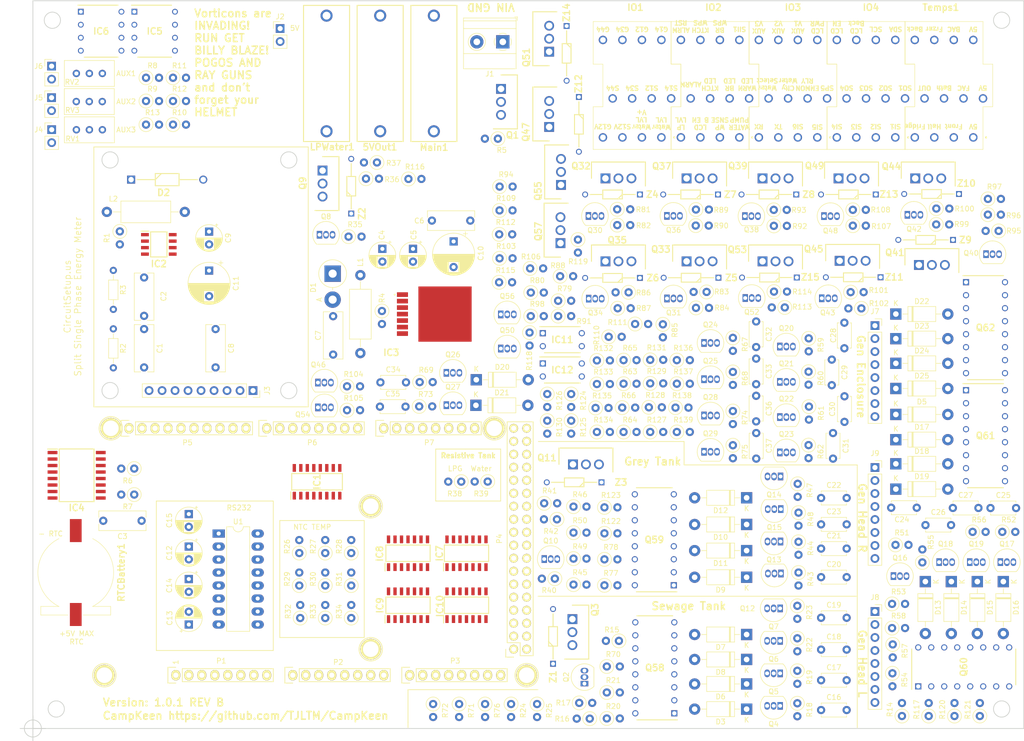
<source format=kicad_pcb>
(kicad_pcb (version 20240108) (generator "pcbnew") (generator_version "8.0")
  (title_block (date "mar. 31 mars 2015"))
  (layers (0 "F.Cu" signal) (1 "In1.Cu" mixed) (2 "In2.Cu" mixed) (31 "B.Cu" power) (34 "B.Paste" user) (35 "F.Paste" user) (36 "B.SilkS" user "B.Silkscreen") (37 "F.SilkS" user "F.Silkscreen") (38 "B.Mask" user) (39 "F.Mask" user) (44 "Edge.Cuts" user))
  (net 0 "")
  (net 1 "GND")
  (net 2 "+5V")
  (net 3 "Net-(C1-Pad1)")
  (net 4 "Net-(C2-Pad1)")
  (net 5 "+12V")
  (net 6 "+5P")
  (net 7 "Net-(D2-Pad1)")
  (net 8 "+BATT")
  (net 9 "+9V")
  (net 10 "Net-(C14-Pad2)")
  (net 11 "Net-(C14-Pad1)")
  (net 12 "+3V3")
  (net 13 "A14")
  (net 14 "/3.3CS")
  (net 15 "/3.3MOSI")
  (net 16 "/3.3MISO")
  (net 17 "/3.3SCLK")
  (net 18 "A12")
  (net 19 "A0")
  (net 20 "A3")
  (net 21 "A4")
  (net 22 "A5")
  (net 23 "A6")
  (net 24 "A7")
  (net 25 "A8")
  (net 26 "A9")
  (net 27 "A10")
  (net 28 "A11")
  (net 29 "Net-(C7-Pad1)")
  (net 30 "Net-(C12-Pad2)")
  (net 31 "Net-(C12-Pad1)")
  (net 32 "Net-(C13-Pad2)")
  (net 33 "Net-(C15-Pad1)")
  (net 34 "SCL")
  (net 35 "SDA")
  (net 36 "MOSI")
  (net 37 "MISO")
  (net 38 "CLK")
  (net 39 "GenE-CS")
  (net 40 "GenHL-CS")
  (net 41 "GenHR-CS")
  (net 42 "A1")
  (net 43 "A2")
  (net 44 "S1-4")
  (net 45 "S1-2")
  (net 46 "S3-4")
  (net 47 "S4-4")
  (net 48 "WPS")
  (net 49 "G1-4")
  (net 50 "ENLCD")
  (net 51 "G1-2")
  (net 52 "LCBBACK")
  (net 53 "G3-4")
  (net 54 "WSS")
  (net 55 "G4-4")
  (net 56 "SPIn1")
  (net 57 "GreyV")
  (net 58 "SPIn2")
  (net 59 "STV")
  (net 60 "SPIn3")
  (net 61 "CWV")
  (net 62 "SPIn4")
  (net 63 "WP")
  (net 64 "SPIn5")
  (net 65 "SPIn6")
  (net 66 "RTankPOWER")
  (net 67 "LCDPOWER")
  (net 68 "LCDBL")
  (net 69 "BRLED")
  (net 70 "KLED")
  (net 71 "WLED")
  (net 72 "WSiren")
  (net 73 "AlarmTTL")
  (net 74 "SpareTTL")
  (net 75 "COMTXTTL")
  (net 76 "COMRXTTL")
  (net 77 "KitchenTTL")
  (net 78 "BathRoomTTL")
  (net 79 "Net-(Q1-Pad1)")
  (net 80 "A15")
  (net 81 "GenFuelPressure")
  (net 82 "TX232")
  (net 83 "RX232")
  (net 84 "EnCS")
  (net 85 "SO1")
  (net 86 "SO2")
  (net 87 "SO3")
  (net 88 "SO4")
  (net 89 "A13")
  (net 90 "AUXVoltage1")
  (net 91 "AUXVoltage2")
  (net 92 "SO5")
  (net 93 "IO12")
  (net 94 "IO15")
  (net 95 "IO111")
  (net 96 "IO18")
  (net 97 "IO13")
  (net 98 "IO16")
  (net 99 "IO112")
  (net 100 "IO19")
  (net 101 "IO212")
  (net 102 "IO29")
  (net 103 "IO23")
  (net 104 "IO26")
  (net 105 "IO24")
  (net 106 "IO412")
  (net 107 "IO27")
  (net 108 "IO311")
  (net 109 "IO41")
  (net 110 "IO47")
  (net 111 "IO31")
  (net 112 "IO34")
  (net 113 "IO44")
  (net 114 "IO410")
  (net 115 "IO110")
  (net 116 "IO17")
  (net 117 "IO14")
  (net 118 "IO22")
  (net 119 "IO25")
  (net 120 "IO28")
  (net 121 "IO211")
  (net 122 "IO38")
  (net 123 "IO35")
  (net 124 "IO33")
  (net 125 "IO32")
  (net 126 "IO42")
  (net 127 "IO45")
  (net 128 "IO48")
  (net 129 "IO49")
  (net 130 "IO411")
  (net 131 "Net-(C7-Pad2)")
  (net 132 "Net-(C8-Pad1)")
  (net 133 "Net-(IC2-Pad1)")
  (net 134 "Net-(IC3-Pad5)")
  (net 136 "SO6")
  (net 139 "Net-(5VOut1-Pad1)")
  (net 140 "Net-(IC5-Pad5)")
  (net 141 "Net-(IC5-Pad3)")
  (net 142 "Net-(IC6-Pad5)")
  (net 143 "Net-(IC6-Pad3)")
  (net 144 "Net-(J4-Pad2)")
  (net 145 "Net-(J5-Pad2)")
  (net 146 "Net-(J6-Pad2)")
  (net 147 "Net-(LPWater1-Pad1)")
  (net 148 "Net-(Q2-Pad3)")
  (net 149 "Net-(Q3-Pad1)")
  (net 150 "Net-(Q8-Pad3)")
  (net 151 "Net-(Q9-Pad1)")
  (net 152 "Net-(Q10-Pad3)")
  (net 153 "Net-(Q11-Pad1)")
  (net 154 "Net-(Q30-Pad3)")
  (net 155 "Net-(Q31-Pad3)")
  (net 156 "Net-(Q32-Pad1)")
  (net 157 "Net-(Q33-Pad1)")
  (net 158 "Net-(Q34-Pad3)")
  (net 159 "Net-(Q35-Pad1)")
  (net 160 "Net-(Q36-Pad3)")
  (net 161 "Net-(Q37-Pad1)")
  (net 162 "Net-(Q38-Pad3)")
  (net 163 "Net-(Q39-Pad1)")
  (net 164 "Net-(Q40-Pad3)")
  (net 165 "Net-(Q41-Pad1)")
  (net 166 "Net-(Q42-Pad3)")
  (net 167 "Net-(Q43-Pad3)")
  (net 168 "Net-(Q44-Pad1)")
  (net 169 "Net-(Q45-Pad1)")
  (net 170 "Net-(Q46-Pad3)")
  (net 171 "Net-(Q47-Pad1)")
  (net 172 "Net-(Q48-Pad3)")
  (net 173 "Net-(Q49-Pad1)")
  (net 174 "Net-(Q50-Pad3)")
  (net 175 "Net-(Q51-Pad1)")
  (net 176 "Net-(Q52-Pad3)")
  (net 177 "Net-(Q53-Pad1)")
  (net 178 "Net-(Q54-Pad3)")
  (net 179 "Net-(Q56-Pad3)")
  (net 180 "Net-(D3-Pad2)")
  (net 181 "Net-(D3-Pad1)")
  (net 182 "Net-(D5-Pad2)")
  (net 183 "Net-(D5-Pad1)")
  (net 184 "Net-(D6-Pad2)")
  (net 185 "Net-(D6-Pad1)")
  (net 186 "Net-(D7-Pad2)")
  (net 187 "Net-(D7-Pad1)")
  (net 188 "Net-(D8-Pad2)")
  (net 189 "Net-(D8-Pad1)")
  (net 190 "Net-(D9-Pad2)")
  (net 191 "Net-(D9-Pad1)")
  (net 192 "Net-(D10-Pad2)")
  (net 193 "Net-(D10-Pad1)")
  (net 194 "Net-(D11-Pad2)")
  (net 195 "Net-(D11-Pad1)")
  (net 196 "Net-(D12-Pad2)")
  (net 197 "Net-(D12-Pad1)")
  (net 198 "Net-(D13-Pad2)")
  (net 199 "Net-(D13-Pad1)")
  (net 200 "Net-(D14-Pad2)")
  (net 201 "Net-(D14-Pad1)")
  (net 202 "Net-(D15-Pad2)")
  (net 203 "Net-(D15-Pad1)")
  (net 204 "Net-(D16-Pad2)")
  (net 205 "Net-(D16-Pad1)")
  (net 206 "Net-(D17-Pad2)")
  (net 207 "Net-(D17-Pad1)")
  (net 208 "Net-(D18-Pad2)")
  (net 209 "Net-(D18-Pad1)")
  (net 210 "Net-(D19-Pad2)")
  (net 211 "Net-(D19-Pad1)")
  (net 212 "Net-(D20-Pad2)")
  (net 213 "Net-(D20-Pad1)")
  (net 214 "Net-(D21-Pad2)")
  (net 215 "Net-(D21-Pad1)")
  (net 216 "Net-(D22-Pad2)")
  (net 217 "Net-(D22-Pad1)")
  (net 218 "Net-(D23-Pad2)")
  (net 219 "Net-(D23-Pad1)")
  (net 220 "Net-(D24-Pad2)")
  (net 221 "Net-(D24-Pad1)")
  (net 222 "Net-(D25-Pad2)")
  (net 223 "Net-(D25-Pad1)")
  (net 224 "/Inputs With Interrupts/SpareInterruptTTL")
  (net 225 "/Inputs/WaterPumpSenseTTL")
  (net 226 "/Inputs/EnableLCDTTL")
  (net 227 "/Inputs With Interrupts/BathroomTTL")
  (net 228 "/Inputs With Interrupts/KitchenTTL")
  (net 229 "/Inputs With Interrupts/AlarmResetTTL")
  (net 230 "/Inputs/SP2TTL")
  (net 231 "/Inputs/SP3TTL")
  (net 232 "/Inputs/SP4TTL")
  (net 233 "/Inputs/SP1TTL")
  (net 234 "/Inputs/WaterSourceTTL")
  (net 235 "/Inputs/LCDBackLIGHTTTL")
  (net 236 "/Inputs/SP5TTL")
  (net 237 "/Inputs/SP6TTL")
  (net 238 "/Tanks/FullOUT")
  (net 239 "/Tanks/3-4OUT")
  (net 240 "/Tanks/1-2OUT")
  (net 241 "/Tanks/1-4OUT")
  (net 242 "/sheet6479D10C/FullOUT")
  (net 243 "/sheet6479D10C/3-4OUT")
  (net 244 "/sheet6479D10C/1-2OUT")
  (net 245 "/sheet6479D10C/1-4OUT")
  (net 246 "Net-(IC11-Pad1)")
  (net 247 "Net-(IC12-Pad1)")
  (net 248 "Net-(Q58-Pad7)")
  (net 249 "Net-(Q58-Pad5)")
  (net 250 "Net-(Q58-Pad3)")
  (net 251 "Net-(Q58-Pad1)")
  (net 252 "Net-(Q59-Pad7)")
  (net 253 "Net-(Q59-Pad5)")
  (net 254 "Net-(Q59-Pad3)")
  (net 255 "Net-(Q59-Pad1)")
  (net 256 "Net-(Q60-Pad7)")
  (net 257 "Net-(Q60-Pad5)")
  (net 258 "Net-(Q60-Pad3)")
  (net 259 "Net-(Q60-Pad1)")
  (net 260 "Net-(Q61-Pad7)")
  (net 261 "Net-(Q61-Pad5)")
  (net 262 "Net-(Q61-Pad3)")
  (net 263 "Net-(Q61-Pad1)")
  (net 264 "Net-(Q62-Pad7)")
  (net 265 "Net-(Q62-Pad5)")
  (net 266 "Net-(Q62-Pad3)")
  (net 267 "Net-(Q62-Pad1)")
  (net 279 "IO21")
  (net 290 "Net-(Main1-Pad2)")
  (net 292 "/IOREF")
  (net 293 "/Reset")
  (net 294 "/53(SS)")
  (net 297 "/AREF")
  (net 298 "/13(**)")
  (net 299 "/1(Tx0)")
  (net 300 "/0(Rx0)")
  (footprint "Socket_Arduino_Mega:Socket_Strip_Arduino_2x18" (layer "F.Cu") (at 195.153 219.416 90)
    (property "Reference" "P4")
    (property "Value" "Digital")
  )
  (footprint "Socket_Arduino_Mega:Socket_Strip_Arduino_1x08" (layer "F.Cu") (at 129.113 224.496)
    (property "Reference" "P1")
    (property "Value" "Power")
  )
  (footprint "Socket_Arduino_Mega:Socket_Strip_Arduino_1x08" (layer "F.Cu") (at 151.973 224.496)
    (property "Reference" "P2")
    (property "Value" "Analog")
  )
  (footprint "Socket_Arduino_Mega:Socket_Strip_Arduino_1x08" (layer "F.Cu") (at 174.833 224.496)
    (property "Reference" "P3")
    (property "Value" "Analog")
  )
  (footprint "Socket_Arduino_Mega:Socket_Strip_Arduino_1x10" (layer "F.Cu") (at 119.969 176.236)
    (property "Reference" "P5")
    (property "Value" "PWM")
  )
  (footprint "Socket_Arduino_Mega:Socket_Strip_Arduino_1x08" (layer "F.Cu") (at 146.893 176.236)
    (property "Reference" "P6")
    (property "Value" "PWM")
  )
  (footprint "Socket_Arduino_Mega:Socket_Strip_Arduino_1x08" (layer "F.Cu") (at 169.753 176.236)
    (property "Reference" "P7")
    (property "Value" "Communication")
  )
  (footprint "Socket_Arduino_Mega:Arduino_1pin" (layer "F.Cu") (at 115.143 224.496)
    (property "Reference" "P8" (hide yes))
    (property "Value" "CONN_01X01" (hide yes))
  )
  (footprint "Socket_Arduino_Mega:Arduino_1pin" (layer "F.Cu") (at 167.213 219.416)
    (property "Reference" "P9" (hide yes))
    (property "Value" "CONN_01X01" (hide yes))
  )
  (footprint "Socket_Arduino_Mega:Arduino_1pin" (layer "F.Cu") (at 197.693 224.496)
    (property "Reference" "P10" (hide yes))
    (property "Value" "CONN_01X01" (hide yes))
  )
  (footprint "Socket_Arduino_Mega:Arduino_1pin" (layer "F.Cu") (at 116.413 176.236)
    (property "Reference" "P11" (hide yes))
    (property "Value" "CONN_01X01" (hide yes))
  )
  (footprint "Socket_Arduino_Mega:Arduino_1pin" (layer "F.Cu") (at 167.213 191.476)
    (property "Reference" "P12" (hide yes))
    (property "Value" "CONN_01X01" (hide yes))
  )
  (footprint "Socket_Arduino_Mega:Arduino_1pin" (layer "F.Cu") (at 191.343 176.236)
    (property "Reference" "P13" (hide yes))
    (property "Value" "CONN_01X01" (hide yes))
  )
  (footprint "Capacitor_THT:C_Rect_L9.0mm_W3.6mm_P7.50mm_MKT" (layer "F.Cu") (at 179.17 135.6404)
    (property "Reference" "C6")
    (property "Value" "0.47uF")
  )
  (footprint "Capacitor_THT:C_Rect_L9.0mm_W3.6mm_P7.50mm_MKT" (layer "F.Cu") (at 159.861 154.329 -90)
    (property "Reference" "C7")
    (property "Value" "0.01uF")
  )
  (footprint "Capacitor_THT:CP_Radial_D5.0mm_P2.50mm" (layer "F.Cu") (at 169.4869 141.1648 -90)
    (property "Reference" "C4")
    (property "Value" "15uF")
  )
  (footprint "Capacitor_THT:CP_Radial_D8.0mm_P5.00mm" (layer "F.Cu") (at 183.4092 139.7167 -90)
    (property "Reference" "C10")
    (property "Value" "120uF")
  )
  (footprint "Capacitor_THT:C_Rect_L9.0mm_W3.6mm_P7.50mm_MKT" (layer "F.Cu") (at 122.428 194.31 180)
    (property "Reference" "C3")
    (property "Value" "0.1uF")
  )
  (footprint "Capacitor_THT:CP_Radial_D5.0mm_P2.50mm" (layer "F.Cu") (at 131.653 199.35 -90)
    (property "Reference" "C12")
    (property "Value" "1uF")
  )
  (footprint "Capacitor_THT:CP_Radial_D5.0mm_P2.50mm" (layer "F.Cu") (at 131.653 214.59 90)
    (property "Reference" "C13")
    (property "Value" "1uF")
  )
  (footprint "Capacitor_THT:CP_Radial_D5.0mm_P2.50mm" (layer "F.Cu") (at 131.653 205.7 -90)
    (property "Reference" "C14")
    (property "Value" "1uF")
  )
  (footprint "Capacitor_THT:CP_Radial_D5.0mm_P2.50mm" (layer "F.Cu") (at 131.653 193 -90)
    (property "Reference" "C15")
    (property "Value" "1uF")
  )
  (footprint "SamacSys_Parts:SOIC127P1032X265-16N" (layer "F.Cu") (at 109.728 185.42)
    (property "Reference" "IC4")
    (property "Value" "DS3231SN#" (hide yes))
  )
  (footprint "TerminalBlock_Phoenix:TerminalBlock_Phoenix_MKDS-1,5-2-5.08_1x02_P5.08mm_Horizontal" (layer "F.Cu") (at 193.026 100.7015 180)
    (property "Reference" "J1")
    (property "Value" "Vin")
  )
  (footprint "SamacSys_Parts:1727751" (layer "F.Cu") (at 224.028 119.38 180)
    (property "Reference" "IO1")
    (property "Value" "IO1" (hide yes))
  )
  (footprint "SamacSys_Parts:1727751" (layer "F.Cu") (at 269.748 119.38 180)
    (property "Reference" "IO4")
    (property "Value" "IO4" (hide yes))
  )
  (footprint "SamacSys_Parts:1727751" (layer "F.Cu") (at 239.268 119.38 180)
    (property "Reference" "IO2")
    (property "Value" "IO2" (hide yes))
  )
  (footprint "Connector_PinSocket_2.54mm:PinSocket_1x08_P2.54mm_Vertical" (layer "F.Cu") (at 265.765 156.17)
    (property "Reference" "J7")
    (property "Value" "GenEnclosure")
  )
  (footprint "Connector_PinSocket_2.54mm:PinSocket_1x08_P2.54mm_Vertical" (layer "F.Cu") (at 265.765 212.05)
    (property "Reference" "J8")
    (property "Value" "GenHeadL")
  )
  (footprint "Connector_PinSocket_2.54mm:PinSocket_1x08_P2.54mm_Vertical" (layer "F.Cu") (at 265.765 183.905)
    (property "Reference" "J9")
    (property "Value" "GenHeadR")
  )
  (footprint "Inductor_THT:L_Axial_L9.5mm_D4.0mm_P15.24mm_Horizontal_Fastron_SMCC" (layer "F.Cu") (at 165.1858 146.3073 -90)
    (property "Reference" "L1")
    (property "Value" "33uH")
  )
  (footprint "Resistor_THT:R_Axial_DIN0207_L6.3mm_D2.5mm_P2.54mm_Vertical" (layer "F.Cu") (at 169.4042 153.3104 -90)
    (property "Reference" "R4")
    (property "Value" "1k")
  )
  (footprint "Resistor_THT:R_Axial_DIN0207_L6.3mm_D2.5mm_P2.54mm_Vertical" (layer "F.Cu") (at 120.985 184.11 180)
    (property "Reference" "R6")
    (property "Value" "10k")
  )
  (footprint "Resistor_THT:R_Axial_DIN0207_L6.3mm_D2.5mm_P2.54mm_Vertical" (layer "F.Cu") (at 120.985 189.19 180)
    (property "Reference" "R7")
    (property "Value" "10k")
  )
  (footprint "SamacSys_Parts:BK_HTC-15M" (layer "F.Cu") (at 179.5524 106.8812 -90)
    (property "Reference" "Main1")
    (property "Value" "VS" (hide yes))
  )
  (footprint "SamacSys_Parts:S8411-45R_1" (layer "F.Cu") (at 109.555 204.43)
    (property "Reference" "RTCBattery1")
    (property "Value" "S8411-45R" (hide yes))
  )
  (footprint "Package_DIP:DIP-16_W7.62mm_LongPads" (layer "F.Cu") (at 137.495 196.81)
    (property "Reference" "U1")
    (property "Value" "MAX232")
  )
  (footprint "SamacSys_Parts:1727751" (layer "F.Cu") (at 254.508 119.38 180)
    (property "Reference" "IO3")
    (property "Value" "IO3" (hide yes))
  )
  (footprint "Capacitor_THT:C_Rect_L9.0mm_W3.6mm_P7.50mm_MKT" (layer "F.Cu") (at 122.915 156.8402 -90)
    (property "Reference" "C1")
    (property "Value" "0.1uF")
  )
  (footprint "Capacitor_THT:C_Rect_L9.0mm_W3.6mm_P7.50mm_MKT" (layer "F.Cu") (at 122.915 154.2602 90)
    (property "Reference" "C2")
    (property "Value" "3.3nF")
  )
  (footprint "Capacitor_THT:C_Rect_L9.0mm_W3.6mm_P7.50mm_MKT" (layer "F.Cu") (at 136.885 156.8402 -90)
    (property "Reference" "C8")
    (property "Value" "0.1uF")
  )
  (footprint "Capacitor_THT:CP_Radial_D5.0mm_P2.50mm" (layer "F.Cu") (at 135.615 137.7902 -90)
    (property "Reference" "C9")
    (property "Value" "68uF")
  )
  (footprint "Capacitor_THT:CP_Radial_D8.0mm_P5.00mm" (layer "F.Cu") (at 135.615 145.4102 -90)
    (property "Reference" "C11")
    (property "Value" "120uF")
  )
  (footprint "Capacitor_THT:CP_Radial_D5.0mm_P2.50mm" (layer "F.Cu") (at 175.4735 141.1648 -90)
    (property "Reference" "C5")
    (property "Value" "15uF")
  )
  (footprint "SamacSys_Parts:DIOAD1414W86L464D238" (layer "F.Cu") (at 120.375 127.6302)
    (property "Reference" "D2")
    (property "Value" "1N5817" (hide yes))
  )
  (footprint "SamacSys_Parts:SOIC127P600X175-8N" (layer "F.Cu") (at 125.79 140.2902)
    (property "Reference" "IC2")
    (property "Value" "LM2597MX-ADJ_NOPB" (hide yes))
  )
  (footprint "SamacSys_Parts:LM2670SX50NOPB" (layer "F.Cu") (at 181.7308 153.9141 180)
    (property "Reference" "IC3")
    (property "Value" "LM2670SX-5.0_NOPB" (hide yes))
  )
  (footprint "Inductor_THT:L_Axial_L9.5mm_D4.0mm_P15.24mm_Horizontal_Fastron_SMCC" (layer "F.Cu") (at 130.87 133.9402 180)
    (property "Reference" "L2")
    (property "Value" "150mH")
  )
  (footprint "Resistor_THT:R_Axial_DIN0207_L6.3mm_D2.5mm_P2.54mm_Vertical" (layer "F.Cu") (at 118.17 137.7502 -90)
    (property "Reference" "R1")
    (property "Value" "4.7k")
  )
  (footprint "Resistor_THT:R_Axial_DIN0204_L3.6mm_D1.6mm_P7.62mm_Horizontal" (layer "F.Cu") (at 116.9 156.8002 -90)
    (property "Reference" "R2")
    (property "Value" "1k")
  )
  (footprint "Resistor_THT:R_Axial_DIN0204_L3.6mm_D1.6mm_P7.62mm_Horizontal" (layer "F.Cu") (at 116.9 145.3702 -90)
    (property "Reference" "R3")
    (property "Value" "6.2k")
  )
  (footprint "Diode_THT:D_DO-201AD_P5.08mm_Vertical_AnodeUp" (layer "F.Cu") (at 159.7662 146.0102 -90)
    (property "Reference" "D1")
    (property "Value" "SR305-TP")
  )
  (footprint "SamacSys_Parts:TO254P469X1042X1967-3P" (layer "F.Cu") (at 192.676 109.8944 -90)
    (property "Reference" "Q1")
    (property "Value" "IRF9Z34NPBF" (hide yes))
  )
  (footprint "Resistor_THT:R_Axial_DIN0207_L6.3mm_D2.5mm_P2.54mm_Vertical" (layer "F.Cu") (at 192.0657 119.6307 180)
    (property "Reference" "R5")
    (property "Value" "100k")
  )
  (footprint "SamacSys_Parts:SOIC127P600X175-16N" (layer "F.Cu") (at 156.718 186.69 90)
    (property "Reference" "IC1")
    (property "Value" "CD74HC4050ME4" (hide yes))
  )
  (footprint "Connector_PinSocket_2.54mm:PinSocket_1x09_P2.54mm_Vertical" (layer "F.Cu") (at 144.205 168.8652 -90)
    (property "Reference" "J3")
    (property "Value" "CircuitSetupsSplitPhase")
  )
  (footprint "SamacSys_Parts:1727751" (layer "F.Cu") (at 284.988 119.38 180)
    (property "Reference" "Temps1")
    (property "Value" "Temps" (hide yes))
  )
  (footprint "SamacSys_Parts:BK_HTC-15M" (layer "F.Cu") (at 169.058859 106.876059 -90)
    (property "Reference" "5VOut1")
    (property "Value" "VS" (hide yes))
  )
  (footprint "Capacitor_THT:C_Disc_D4.7mm_W2.5mm_P5.00mm" (layer "F.Cu") (at 255.2389 231.305)
    (property "Reference" "C16")
    (property "Value" "22nF")
  )
  (footprint "Capacitor_THT:C_Disc_D4.7mm_W2.5mm_P5.00mm" (layer "F.Cu") (at 255.2389 225.4804)
    (property "Reference" "C17")
    (property "Value" "22nF")
  )
  (footprint "Capacitor_THT:C_Disc_D4.7mm_W2.5mm_P5.00mm" (layer "F.Cu") (at 255.2389 219.4963)
    (property "Reference" "C18")
    (property "Value" "22nF")
  )
  (footprint "Capacitor_THT:C_Disc_D4.7mm_W2.5mm_P5.00mm" (layer "F.Cu") (at 255.2389 213.2728)
    (property "Reference" "C19")
    (property "Value" "22nF")
  )
  (footprint "Capacitor_THT:C_Disc_D4.7mm_W2.5mm_P5.00mm" (layer "F.Cu") (at 255.2389 205.3344)
    (property "Reference" "C20")
    (property "Value" "22nF")
  )
  (footprint "Capacitor_THT:C_Disc_D4.7mm_W2.5mm_P5.00mm" (layer "F.Cu") (at 255.2389 199.7492)
    (property "Reference" "C21")
    (property "Value" "22nF")
  )
  (footprint "Capacitor_THT:C_Disc_D4.7mm_W2.5mm_P5.00mm" (layer "F.Cu") (at 255.2389 189.8554)
    (property "Reference" "C22")
    (property "Value" "22nF")
  )
  (footprint "Capacitor_THT:C_Disc_D4.7mm_W2.5mm_P5.00mm" (layer "F.Cu") (at 255.2389 195.015)
    (property "Reference" "C23")
    (property "Value" "22nF")
  )
  (footprint "Capacitor_THT:C_Disc_D4.7mm_W2.5mm_P5.00mm" (layer "F.Cu") (at 268.9367 191.7626)
    (property "Reference" "C24")
    (property "Value" "22nF")
  )
  (footprint "Capacitor_THT:C_Disc_D4.7mm_W2.5mm_P5.00mm" (layer "F.Cu") (at 288.3507 191.8239)
    (property "Reference" "C25")
    (property "Value" "22nF")
  )
  (footprint "Capacitor_THT:C_Disc_D4.7mm_W2.5mm_P5.00mm" (layer "F.Cu") (at 275.6416 195.1517)
    (property "Reference" "C26")
    (property "Value" "22nF")
  )
  (footprint "Capacitor_THT:C_Disc_D4.7mm_W2.5mm_P5.00mm" (layer "F.Cu") (at 280.9945 191.8077)
    (property "Reference" "C27")
    (property "Value" "22nF")
  )
  (footprint "Capacitor_THT:C_Disc_D4.7mm_W2.5mm_P5.00mm" (layer "F.Cu") (at 259.789 155.5946 -90)
    (property "Reference" "C28")
    (property "Value" "22nF")
  )
  (footprint "Capacitor_THT:C_Disc_D4.7mm_W2.5mm_P5.00mm" (layer "F.Cu") (at 257.3297 162.8125 -90)
    (property "Reference" "C29")
    (property "Value" "22nF")
  )
  (footprint "Capacitor_THT:C_Disc_D4.7mm_W2.5mm_P5.00mm" (layer "F.Cu") (at 259.8113 169.9814 -90)
    (property "Reference" "C30")
    (property "Value" "22nF")
  )
  (footprint "Capacitor_THT:C_Disc_D4.7mm_W2.5mm_P5.00mm" (layer "F.Cu") (at 257.5711 177.1641 -90)
    (property "Reference" "C31")
    (property "Value" "22nF")
  )
  (footprint "Capacitor_THT:C_Disc_D4.7mm_W2.5mm_P5.00mm" (layer "F.Cu") (at 242.5461 155.355 -90)
    (property "Reference" "C32")
    (property "Value" "22nF")
  )
  (footprint "Capacitor_THT:C_Disc_D4.7mm_W2.5mm_P5.00mm" (layer "F.Cu") (at 242.5461 162.6196 -90)
    (property "Reference" "C33")
    (property "Value" "22nF")
  )
  (footprint "Capacitor_THT:C_Disc_D4.7mm_W2.5mm_P5.00mm" (layer "F.Cu") (at 169.1057 167.2589)
    (property "Reference" "C34")
    (property "Value" "22nF")
  )
  (footprint "Capacitor_THT:C_Disc_D4.7mm_W2.5mm_P5.00mm" (layer "F.Cu") (at 169.0098 172.0082)
    (property "Reference" "C35")
    (property "Value" "22nF")
  )
  (footprint "Capacitor_THT:C_Disc_D4.7mm_W2.5mm_P5.00mm" (layer "F.Cu") (at 242.5461 169.8841 -90)
    (property "Reference" "C36")
    (property "Value" "22nF")
  )
  (footprint "Capacitor_THT:C_Disc_D4.7mm_W2.5mm_P5.00mm" (layer "F.Cu") (at 242.5618 177.1641 -90)
    (property "Reference" "C37")
    (property "Value" "22nF")
  )
  (footprint "Diode_THT:D_DO-41_SOD81_P10.16mm_Horizontal" (layer "F.Cu") (at 240.6809 231.1258 180)
    (property "Reference" "D3")
    (property "Value" "1N4007")
  )
  (footprint "Diode_THT:D_DO-41_SOD81_P10.16mm_Horizontal" (layer "F.Cu") (at 269.8531 173.5327)
    (property "Reference" "D5")
    (property "Value" "1N4007")
  )
  (footprint "Diode_THT:D_DO-41_SOD81_P10.16mm_Horizontal" (layer "F.Cu") (at 240.6809 226.2097 180)
    (property "Reference" "D6")
    (property "Value" "1N4007")
  )
  (footprint "Diode_THT:D_DO-41_SOD81_P10.16mm_Horizontal" (layer "F.Cu") (at 240.6809 216.5441 180)
    (property "Reference" "D7")
    (property "Value" "1N4007")
  )
  (footprint "Diode_THT:D_DO-41_SOD81_P10.16mm_Horizontal" (layer "F.Cu") (at 240.6809 221.42 180)
    (property "Reference" "D8")
    (property "Value" "1N4007")
  )
  (footprint "Diode_THT:D_DO-41_SOD81_P10.16mm_Horizontal" (layer "F.Cu") (at 240.6809 205.3528 180)
    (property "Reference" "D9")
    (property "Value" "1N4007")
  )
  (footprint "Diode_THT:D_DO-41_SOD81_P10.16mm_Horizontal" (layer "F.Cu") (at 240.6809 195.0334 180)
    (property "Reference" "D10")
    (property "Value" "1N4007")
  )
  (footprint "Diode_THT:D_DO-41_SOD81_P10.16mm_Horizontal" (layer "F.Cu") (at 240.6809 200.1399 180)
    (property "Reference" "D11")
    (property "Value" "1N4007")
  )
  (footprint "Diode_THT:D_DO-41_SOD81_P10.16mm_Horizontal" (layer "F.Cu") (at 240.6809 189.8206 180)
    (property "Reference" "D12")
    (property "Value" "1N4007")
  )
  (footprint "Diode_THT:D_DO-41_SOD81_P10.16mm_Horizontal" (layer "F.Cu") (at 275.6202 206.1974 -90)
    (property "Reference" "D13")
    (property "Value" "1N4007")
  )
  (footprint "Diode_THT:D_DO-41_SOD81_P10.16mm_Horizontal" (layer "F.Cu") (at 280.7002 206.1974 -90)
    (property "Reference" "D14")
    (property "Value" "1N4007")
  )
  (footprint "Diode_THT:D_DO-41_SOD81_P10.16mm_Horizontal" (layer "F.Cu") (at 285.7802 206.1974 -90)
    (property "Reference" "D15")
    (property "Value" "1N4007")
  )
  (footprint "Diode_THT:D_DO-41_SOD81_P10.16mm_Horizontal" (layer "F.Cu") (at 290.8602 206.1974 -90)
    (property "Reference" "D16")
    (property "Value" "1N4007")
  )
  (footprint "Diode_THT:D_DO-41_SOD81_P10.16mm_Horizontal" (layer "F.Cu") (at 269.8531 178.4572)
    (property "Reference" "D17")
    (property "Value" "1N4007")
  )
  (footprint "Diode_THT:D_DO-41_SOD81_P10.16mm_Horizontal" (layer "F.Cu") (at 269.8531 183.1827)
    (property "Reference" "D18")
    (property "Value" "1N4007")
  )
  (footprint "Diode_THT:D_DO-41_SOD81_P10.16mm_Horizontal" (layer "F.Cu") (at 269.8531 188.1194)
    (property "Reference" "D19")
    (property "Value" "1N4007")
  )
  (footprint "Diode_THT:D_DO-41_SOD81_P10.16mm_Horizontal" (layer "F.Cu") (at 187.8449 166.7469)
    (property "Reference" "D20")
    (property "Value" "1N4007")
  )
  (footprint "Diode_THT:D_DO-41_SOD81_P10.16mm_Horizontal" (layer "F.Cu") (at 187.7736 171.7429)
    (property "Reference" "D21")
    (property "Value" "1N4007")
  )
  (footprint "Diode_THT:D_DO-41_SOD81_P10.16mm_Horizontal" (layer "F.Cu") (at 269.8531 153.9028)
    (property "Reference" "D22")
    (property "Value" "1N4007")
  )
  (footprint "Diode_THT:D_DO-41_SOD81_P10.16mm_Horizontal" (layer "F.Cu") (at 269.8531 158.7143)
    (property "Reference" "D23")
    (property "Value" "1N4007")
  )
  (footprint "Diode_THT:D_DO-41_SOD81_P10.16mm_Horizontal" (layer "F.Cu") (at 269.8531 163.5422)
    (property "Reference" "D24")
    (property "Value" "1N4007")
  )
  (footprint "Diode_THT:D_DO-41_SOD81_P10.16mm_Horizontal" (layer "F.Cu") (at 269.8531 168.4576)
    (property "Reference" "D25")
    (property "Value" "1N4007")
  )
  (footprint "SamacSys_Parts:DIP794W53P254L959H508Q8N" (layer "F.Cu") (at 124.979 98.6204)
    (property "Reference" "IC5")
    (property "Value" "OPA2340PA" (hide yes))
  )
  (footprint "SamacSys_Parts:DIP794W53P254L959H508Q8N" (layer "F.Cu") (at 114.5138 98.6204)
    (property "Reference" "IC6")
    (property "Value" "OPA2340PA" (hide yes))
  )
  (footprint "SamacSys_Parts:SOIC127P600X175-14N" (layer "F.Cu") (at 185.928 200.66 90)
    (property "Reference" "IC7")
    (property "Value" "SN7404DR" (hide yes))
  )
  (footprint "SamacSys_Parts:SOIC127P600X175-14N" (layer "F.Cu") (at 174.498 200.66 90)
    (property "Reference" "IC8")
    (property "Value" "SN7404DR" (hide yes))
  )
  (footprint "SamacSys_Parts:SOIC127P600X175-14N" (layer "F.Cu") (at 174.498 210.82 90)
    (property "Reference" "IC9")
    (property "Value" "SN7404DR" (hide yes))
  )
  (footprint "SamacSys_Parts:SOIC127P600X175-14N" (layer "F.Cu") (at 185.928 210.82 90)
    (property "Reference" "IC10")
    (property "Value" "SN7404DR" (hide yes))
  )
  (footprint "SamacSys_Parts:DIP762W60P254L460H450Q4N" (layer "F.Cu") (at 204.6574 158.9169)
    (property "Reference" "IC11")
    (property "Value" "LTV-814" (hide yes))
  )
  (footprint "SamacSys_Parts:DIP762W60P254L460H450Q4N" (layer "F.Cu") (at 204.6574 164.8361)
    (property "Reference" "IC12")
    (property "Value" "LTV-814" (hide yes))
  )
  (footprint "Connector_PinHeader_2.54mm:PinHeader_1x02_P2.54mm_Vertical" (layer "F.Cu") (at 104.8525 117.867)
    (property "Reference" "J4")
    (property "Value" "Conn_01x02")
  )
  (footprint "Connector_PinHeader_2.54mm:PinHeader_1x02_P2.54mm_Vertical" (layer "F.Cu") (at 104.8247 111.6149)
    (property "Reference" "J5")
    (property "Value" "Conn_01x02")
  )
  (footprint "Connector_PinHeader_2.54mm:PinHeader_1x02_P2.54mm_Vertical" (layer "F.Cu") (at 104.8349 105.4537)
    (property "Reference" "J6")
    (property "Value" "Conn_01x02")
  )
  (footprint "SamacSys_Parts:BK_HTC-15M" (layer "F.Cu") (at 158.5759 106.8812 90)
    (property "Reference" "LPWater1")
    (property "Value" "LPGVS" (hide yes))
  )
  (footprint "Package_TO_SOT_THT:TO-92_Inline" (layer "F.Cu") (at 208.9849 226.1372 90)
    (property "Reference" "Q2")
    (property "Value" "2N7000")
  )
  (footprint "SamacSys_Parts:TO254P469X1042X1967-3P" (layer "F.Cu") (at 206.6267 213.5395 -90)
    (property "Reference" "Q3")
    (property "Value" "IRF9Z34NPBF" (hide yes))
  )
  (footprint "Package_TO_SOT_THT:TO-92_Inline" (layer "F.Cu") (at 247.2332 230.485 180)
    (property "Reference" "Q4")
    (property "Value" "2N7000")
  )
  (footprint "Package_TO_SOT_THT:TO-92_Inline" (layer "F.Cu") (at 247.2332 224.135 180)
    (property "Reference" "Q5")
    (property "Value" "2N7000")
  )
  (footprint "Package_TO_SOT_THT:TO-92_Inline" (layer "F.Cu") (at 247.2332 217.785 180)
    (property "Reference" "Q6")
    (property "Value" "2N7000")
  )
  (footprint "Package_TO_SOT_THT:TO-92_Inline" (layer "F.Cu") (at 247.2332 211.435 180)
    (property "Reference" "Q7")
    (property "Value" "2N7000")
  )
  (footprint "Package_TO_SOT_THT:TO-92_Inline" (layer "F.Cu") (at 157.2005 138.4103)
    (property "Reference" "Q8")
    (property "Value" "2N7000")
  )
  (footprint "SamacSys_Parts:TO254P469X1042X1967-3P" (layer "F.Cu") (at 157.7998 125.8647 -90)
    (property "Reference" "Q9")
    (property "Value" "IRF9Z34NPBF" (hide yes))
  )
  (footprint "Package_TO_SOT_THT:TO-92_Inline" (layer "F.Cu") (at 201.1248 201.7971)
    (property "Reference" "Q10")
    (property "Value" "2N7000")
  )
  (footprint "SamacSys_Parts:TO254P469X1042X1967-3P" (layer "F.Cu") (at 206.7366 183.2861)
    (property "Reference" "Q11")
    (property "Value" "IRF9Z34NPBF" (hide yes))
  )
  (footprint "Package_TO_SOT_THT:TO-92_Inline" (layer "F.Cu") (at 247.3957 204.6196 180)
    (property "Reference" "Q12")
    (property "Value" "2N7000")
  )
  (footprint "Package_TO_SOT_THT:TO-92_Inline" (layer "F.Cu") (at 247.3066 198.3661 180)
    (property "Reference" "Q13")
    (property "Value" "2N7000")
  )
  (footprint "Package_TO_SOT_THT:TO-92_Inline" (layer "F.Cu") (at 247.3132 185.6532 180)
    (property "Reference" "Q14")
    (property "Value" "2N7000")
  )
  (footprint "Package_TO_SOT_THT:TO-92_Inline" (layer "F.Cu") (at 247.3664 192.0363 180)
    (property "Reference" "Q15")
    (property "Value" "2N7000")
  )
  (footprint "Package_TO_SOT_THT:TO-92_Inline" (layer "F.Cu") (at 269.3887 205.1335)
    (property "Reference" "Q16")
    (property "Value" "2N7000")
  )
  (footprint "Package_TO_SOT_THT:TO-92_Inline" (layer "F.Cu") (at 290.2876 202.4012)
    (property "Reference" "Q17")
    (property "Value" "2N7000")
  )
  (footprint "Package_TO_SOT_THT:TO-92_Inline" (layer "F.Cu") (at 278.3068 202.4012)
    (property "Reference" "Q18")
    (property "Value" "2N7000")
  )
  (footprint "Package_TO_SOT_THT:TO-92_Inline" (layer "F.Cu") (at 284.2972 202.4012)
    (property "Reference" "Q19")
    (property "Value" "2N7000")
  )
  (footprint "Package_TO_SOT_THT:TO-92_Inline" (layer "F.Cu") (at 247.1847 160.2633)
    (property "Reference" "Q20")
    (property "Value" "2N7000")
  )
  (footprint "Package_TO_SOT_THT:TO-92_Inline" (layer "F.Cu") (at 247.1847 167.1577)
    (property "Reference" "Q21")
    (property "Value" "2N7000")
  )
  (footprint "Package_TO_SOT_THT:TO-92_Inline" (layer "F.Cu") (at 247.1847 174.052)
    (property "Reference" "Q22")
    (property "Value" "2N7000")
  )
  (footprint "Package_TO_SOT_THT:TO-92_Inline" (layer "F.Cu") (at 247.1847 180.9464)
    (property "Reference" "Q23")
    (property "Value" "2N7000")
  )
  (footprint "Package_TO_SOT_THT:TO-92_Inline" (layer "F.Cu") (at 232.3554 159.5533)
    (property "Reference" "Q24")
    (property "Value" "2N7000")
  )
  (footprint "Package_TO_SOT_THT:TO-92_Inline" (layer "F.Cu") (at 232.3554 166.6443)
    (property "Reference" "Q25")
    (property "Value" "2N7000")
  )
  (footprint "Package_TO_SOT_THT:TO-92_Inline" (layer "F.Cu") (at 182.001 165.3906)
    (property "Reference" "Q26")
    (property "Value" "2N7000")
  )
  (footprint "Package_TO_SOT_THT:TO-92_Inline" (layer "F.Cu") (at 182.001 171.723)
    (property "Reference" "Q27")
    (property "Value" "2N7000")
  )
  (footprint "Package_TO_SOT_THT:TO-92_Inline" (layer "F.Cu") (at 232.3554 173.7353)
    (property "Reference" "Q28")
    (property "Value" "2N7000")
  )
  (footprint "Package_TO_SOT_THT:TO-92_Inline" (layer "F.Cu") (at 232.3554 180.8263)
    (property "Reference" "Q29")
    (property "Value" "2N7000")
  )
  (footprint "Package_TO_SOT_THT:TO-92_Inline" (layer "F.Cu") (at 209.7689 134.7344)
    (property "Reference" "Q30")
    (property "Value" "2N7000")
  )
  (footprint "Package_TO_SOT_THT:TO-92_Inline" (layer "F.Cu") (at 225.1147 150.8577)
    (property "Reference" "Q31")
    (property "Value" "2N7000")
  )
  (footprint "SamacSys_Parts:TO254P469X1042X1967-3P" (layer "F.Cu") (at 213.0884 127.384)
    (property "Reference" "Q32")
    (property "Value" "IRF9Z34NPBF" (hide yes))
  )
  (footprint "SamacSys_Parts:TO254P469X1042X1967-3P" (layer "F.Cu") (at 228.953 143.6022)
    (property "Reference" "Q33")
    (property "Value" "IRF9Z34NPBF" (hide yes))
  )
  (footprint "Package_TO_SOT_THT:TO-92_Inline" (layer "F.Cu") (at 209.8107 150.9027)
    (property "Reference" "Q34")
    (property "Value" "2N7000")
  )
  (footprint "SamacSys_Parts:TO254P469X1042X1967-3P" (layer "F.Cu") (at 213.0884 143.6022)
    (property "Reference" "Q35")
    (property "Value" "IRF9Z34NPBF" (hide yes))
  )
  (footprint "Package_TO_SOT_THT:TO-92_Inline" (layer "F.Cu") (at 225.107 134.7146)
    (property "Reference" "Q36")
    (property "Value" "2N7000")
  )
  (footprint "SamacSys_Parts:TO254P469X1042X1967-3P" (layer "F.Cu") (at 228.953 127.384)
    (property "Reference" "Q37")
    (property "Value" "IRF9Z34NPBF" (hide yes))
  )
  (footprint "Package_TO_SOT_THT:TO-92_Inline" (layer "F.Cu") (at 240.3517 134.7682)
    (property "Reference" "Q38")
    (property "Value" "2N7000")
  )
  (footprint "SamacSys_Parts:TO254P469X1042X1967-3P" (layer "F.Cu") (at 243.794 127.384)
    (property "Reference" "Q39")
    (property "Value" "IRF9Z34NPBF" (hide yes))
  )
  (footprint "Package_TO_SOT_THT:TO-92_Inline" (layer "F.Cu") (at 287.4795 142.2061)
    (property "Reference" "Q40")
    (property "Value" "2N7000")
  )
  (footprint "SamacSys_Parts:TO254P469X1042X1967-3P" (layer "F.Cu") (at 274.3549 144.3115)
    (property "Reference" "Q41")
    (property "Value" "IRF9Z34NPBF" (hide yes))
  )
  (footprint "Package_TO_SOT_THT:TO-92_Inline" (layer "F.Cu") (at 272.1127 134.507)
    (property "Reference" "Q42")
    (property "Value" "2N7000")
  )
  (footprint "Package_TO_SOT_THT:TO-92_Inline" (layer "F.Cu") (at 255.3698 150.8208)
    (property "Reference" "Q43")
    (property "Value" "2N7000")
  )
  (footprint "SamacSys_Parts:TO254P469X1042X1967-3P" (layer "F.Cu") (at 273.6446 127.384)
    (property "Reference" "Q44")
    (property "Value" "IRF9Z34NPBF" (hide yes))
  )
  (footprint "SamacSys_Parts:TO254P469X1042X1967-3P" (layer "F.Cu") (at 258.8668 143.4985)
    (property "Reference" "Q45")
    (property "Value" "IRF9Z34NPBF" (hide yes))
  )
  (footprint "Package_TO_SOT_THT:TO-92_Inline" (layer "F.Cu") (at 156.888 167.3022)
    (property "Reference" "Q46")
    (property "Value" "2N7000")
  )
  (footprint "SamacSys_Parts:TO254P469X1042X1967-3P" (layer "F.Cu") (at 202.0905 117.3356 90)
    (property "Reference" "Q47")
    (property "Value" "IRF9Z34NPBF" (hide yes))
  )
  (footprint "Package_TO_SOT_THT:TO-92_Inline" (layer "F.Cu") (at 255.8041 134.7682)
    (property "Reference" "Q48")
    (property "Value" "2N7000")
  )
  (footprint "SamacSys_Parts:TO254P469X1042X1967-3P" (layer "F.Cu") (at 258.6502 127.384)
    (property "Reference" "Q49")
    (property "Value" "IRF9Z34NPBF" (hide yes))
  )
  (footprint "Package_TO_SOT_THT:TO-92_Inline" (layer "F.Cu") (at 192.6295 160.6519)
    (property "Reference" "Q50")
    (property "Value" "2N7000")
  )
  (footprint "SamacSys_Parts:TO254P469X1042X1967-3P" (layer "F.Cu") (at 202.0905 102.629 90)
    (property "Reference" "Q51")
    (property "Value" "IRF9Z34NPBF" (hide yes))
  )
  (footprint "Package_TO_SOT_THT:TO-92_Inline" (layer "F.Cu") (at 240.4128 150.7743)
    (property "Reference" "Q52")
    (property "Value" "2N7000")
  )
  (footprint "SamacSys_Parts:TO254P469X1042X1967-3P" (layer "F.Cu") (at 243.794 143.6022)
    (property "Reference" "Q53")
    (property "Value" "IRF9Z34NPBF" (hide yes))
  )
  (footprint "Package_TO_SOT_THT:TO-92_Inline" (layer "F.Cu") (at 156.888 172.1513)
    (property "Reference" "Q54")
    (property "Value" "2N7000")
  )
  (footprint "SamacSys_Parts:TO254P469X1042X1967-3P" (layer "F.Cu") (at 204.4026 128.6611 90)
    (property "Reference" "Q55")
    (property "Value" "IRF9Z34NPBF" (hide yes))
  )
  (footprint "Package_TO_SOT_THT:TO-92_Inline" (layer "F.Cu") (at 192.6295 153.9722)
    (property "Reference" "Q56")
    (property "Value" "2N7000")
  )
  (footprint "SamacSys_Parts:TO254P469X1042X1967-3P" (layer "F.Cu") (at 204.2976 140.0482 90)
    (property "Reference" "Q57")
    (property "Value" "IRF9Z34NPBF" (hide yes))
  )
  (footprint "SamacSys_Parts:DIP762W60P254L1984H450Q16N" (layer "F.Cu") (at 222.7379 223.0523 180)
    (property "Reference" "Q58")
    (property "Value" "LTV-847" (hide yes))
  )
  (footprint "SamacSys_Parts:DIP762W60P254L1984H450Q16N" (layer "F.Cu") (at 222.6412 198.0238 180)
    (property "Reference" "Q59")
    (property "Value" "LTV-847" (hide yes))
  )
  (footprint "SamacSys_Parts:DIP762W60P254L1984H450Q16N" (layer "F.Cu") (at 283.1175 222.8756 90)
    (property "Reference" "Q60")
    (property "Value" "LTV-847" (hide yes))
  )
  (footprint "SamacSys_Parts:DIP762W60P254L1984H450Q16N" (layer "F.Cu") (at 287.3763 177.6821)
    (property "Reference" "Q61")
    (property "Value" "LTV-847" (hide yes))
  )
  (footprint "SamacSys_Parts:DIP762W60P254L1984H450Q16N" (layer "F.Cu") (at 287.3763 156.568)
    (property "Reference" "Q62")
    (property "Value" "LTV-847" (hide yes))
  )
  (footprint "Resistor_THT:R_Axial_DIN0207_L6.3mm_D2.5mm_P2.54mm_Vertical" (layer "F.Cu") (at 123.2887 107.7205)
    (property "Reference" "R8")
    (property "Value" "47K")
  )
  (footprint "Resistor_THT:R_Axial_DIN0207_L6.3mm_D2.5mm_P2.54mm_Vertical" (layer "F.Cu") (at 123.2887 112.2701)
    (property "Reference" "R9")
    (property "Value" "19.2K")
  )
  (footprint "Resistor_THT:R_Axial_DIN0207_L6.3mm_D2.5mm_P2.54mm_Vertical" (layer "F.Cu") (at 128.5639 116.8793)
    (property "Reference" "R10")
    (property "Value" "47K")
  )
  (footprint "Resistor_THT:R_Axial_DIN0207_L6.3mm_D2.5mm_P2.54mm_Vertical" (layer "F.Cu") (at 128.5639 107.7205)
    (property "Reference" "R11")
    (property "Value" "47K")
  )
  (footprint "Resistor_THT:R_Axial_DIN0207_L6.3mm_D2.5mm_P2.54mm_Vertical" (layer "F.Cu") (at 128.5639 112.2701)
    (property "Reference" "R12")
    (property "Value" "47K")
  )
  (footprint "Resistor_THT:R_Axial_DIN0207_L6.3mm_D2.5mm_P2.54mm_Vertical" (layer "F.Cu") (at 123.2887 116.8793)
    (property "Reference" "R13")
    (property "Value" "47K")
  )
  (footprint "Resistor_THT:R_Axial_DIN0207_L6.3mm_D2.5mm_P2.54mm_Vertical" (layer "F.Cu") (at 271.048 232.4755 90)
    (property "Reference" "R14")
    (property "Value" "330")
  )
  (footprint "Resistor_THT:R_Axial_DIN0207_L6.3mm_D2.5mm_P2.54mm_Vertical" (layer "F.Cu") (at 215.7228 217.7851 180)
    (property "Reference" "R15")
    (property "Value" "1M")
  )
  (footprint "Resistor_THT:R_Axial_DIN0207_L6.3mm_D2.5mm_P2.54mm_Vertical" (layer "F.Cu") (at 210.0213 232.9872 180)
    (property "Reference" "R16")
    (property "Value" "100k")
  )
  (footprint "Resistor_THT:R_Axial_DIN0207_L6.3mm_D2.5mm_P2.54mm_Vertical" (layer "F.Cu") (at 207.9593 229.9109)
    (property "Reference" "R17")
    (property "Value" "10k")
  )
  (footprint "Resistor_THT:R_Axial_DIN0207_L6.3mm_D2.5mm_P2.54mm_Vertical" (layer "F.Cu") (at 250.5953 229.9842 -90)
    (property "Reference" "R18")
    (property "Value" "1M")
  )
  (footprint "Resistor_THT:R_Axial_DIN0207_L6.3mm_D2.5mm_P2.54mm_Vertical" (layer "F.Cu") (at 250.5953 223.6342 -90)
    (property "Reference" "R19")
    (property "Value" "1M")
  )
  (footprint "Resistor_THT:R_Axial_DIN0207_L6.3mm_D2.5mm_P2.54mm_Vertical" (layer "F.Cu") (at 213.3572 232.9528)
    (property "Reference" "R20")
    (property "Value" "330")
  )
  (footprint "Resistor_THT:R_Axial_DIN0207_L6.3mm_D2.5mm_P2.54mm_Vertical" (layer "F.Cu") (at 213.3572 227.8728)
    (property "Reference" "R21")
    (property "Value" "330")
  )
  (footprint "Resistor_THT:R_Axial_DIN0207_L6.3mm_D2.5mm_P2.54mm_Vertical" (layer "F.Cu") (at 250.5953 217.2842 -90)
    (property "Reference" "R22")
    (property "Value" "1M")
  )
  (footprint "Resistor_THT:R_Axial_DIN0207_L6.3mm_D2.5mm_P2.54mm_Vertical" (layer "F.Cu") (at 250.5953 210.9342 -90)
    (property "Reference" "R23")
    (property "Value" "1M")
  )
  (footprint "Resistor_THT:R_Axial_DIN0207_L6.3mm_D2.5mm_P2.54mm_Vertical" (layer "F.Cu") (at 194.6459 230.1317 -90)
    (property "Reference" "R24")
    (property "Value" "330")
  )
  (footprint "Resistor_THT:R_Axial_DIN0207_L6.3mm_D2.5mm_P2.54mm_Vertical" (layer "F.Cu") (at 199.7259 230.1317 -90)
    (property "Reference" "R25")
    (property "Value" "330")
  )
  (footprint "Resistor_THT:R_Axial_DIN0207_L6.3mm_D2.5mm_P2.54mm_Vertical" (layer "F.Cu") (at 153.243 200.62 90)
    (property "Reference" "R26")
    (property "Value" "10k")
  )
  (footprint "Resistor_THT:R_Axial_DIN0207_L6.3mm_D2.5mm_P2.54mm_Vertical" (layer "F.Cu") (at 158.323 200.62 90)
    (property "Reference" "R27")
    (property "Value" "10k")
  )
  (footprint "Resistor_THT:R_Axial_DIN0207_L6.3mm_D2.5mm_P2.54mm_Vertical" (layer "F.Cu") (at 163.403 200.62 90)
    (property "Reference" "R28")
    (property "Value" "10k")
  )
  (footprint "Resistor_THT:R_Axial_DIN0207_L6.3mm_D2.5mm_P2.54mm_Vertical" (layer "F.Cu") (at 153.243 206.97 90)
    (property "Reference" "R29")
    (property "Value" "10k")
  )
  (footprint "Resistor_THT:R_Axial_DIN0207_L6.3mm_D2.5mm_P2.54mm_Vertical" (layer "F.Cu") (at 158.323 206.97 90)
    (property "Reference" "R30")
    (property "Value" "10k")
  )
  (footprint "Resistor_THT:R_Axial_DIN0207_L6.3mm_D2.5mm_P2.54mm_Vertical" (layer "F.Cu") (at 163.403 206.97 90)
    (property "Reference" "R31")
    (property "Value" "10k")
  )
  (footprint "Resistor_THT:R_Axial_DIN0207_L6.3mm_D2.5mm_P2.54mm_Vertical" (layer "F.Cu") (at 153.428 213.32 90)
    (property "Reference" "R32")
    (property "Value" "10k")
  )
  (footprint "Resistor_THT:R_Axial_DIN0207_L6.3mm_D2.5mm_P2.54mm_Vertical" (layer "F.Cu") (at 158.323 213.32 90)
    (property "Reference" "R33")
    (property "Value" "10k")
  )
  (footprint "Resistor_THT:R_Axial_DIN0207_L6.3mm_D2.5mm_P2.54mm_Vertical" (layer "F.Cu") (at 163.403 213.32 90)
    (property "Reference" "R34")
    (property "Value" "10k")
  )
  (footprint "Resistor_THT:R_Axial_DIN0207_L6.3mm_D2.5mm_P2.54mm_Vertical" (layer "F.Cu") (at 162.8734 138.7747)
    (property "Reference" "R35")
    (property "Value" "1M")
  )
  (footprint "Resistor_THT:R_Axial_DIN0207_L6.3mm_D2.5mm_P2.54mm_Vertical" (layer "F.Cu") (at 166.2822 127.4505)
    (property "Reference" "R36")
    (property "Value" "100k")
  )
  (footprint "Resistor_THT:R_Axial_DIN0207_L6.3mm_D2.5mm_P2.54mm_Vertical" (layer "F.Cu") (at 168.4283 124.2819 180)
    (property "Reference" "R37")
    (property "Value" "10k")
  )
  (footprint "Resistor_THT:R_Axial_DIN0207_L6.3mm_D2.5mm_P2.54mm_Vertical" (layer "F.Cu") (at 184.9037 186.6624 180)
    (property "Reference" "R38")
    (property "Value" "47")
  )
  (footprint "Resistor_THT:R_Axial_DIN0207_L6.3mm_D2.5mm_P2.54mm_Vertical" (layer "F.Cu") (at 190.073 186.65 180)
    (property "Reference" "R39")
    (property "Value" "47")
  )
  (footprint "Resistor_THT:R_Axial_DIN0207_L6.3mm_D2.5mm_P2.54mm_Vertical" (layer "F.Cu") (at 203.1993 205.6269 180)
    (property "Reference" "R40")
    (property "Value" "1M")
  )
  (footprint "Resistor_THT:R_Axial_DIN0207_L6.3mm_D2.5mm_P2.54mm_Vertical" (layer "F.Cu") (at 201.1116 190.8926)
    (property "Reference" "R41")
    (property "Value" "100k")
  )
  (footprint "Resistor_THT:R_Axial_DIN0207_L6.3mm_D2.5mm_P2.54mm_Vertical" (layer "F.Cu") (at 203.6117 194.031 180)
    (property "Reference" "R42")
    (property "Value" "10k")
  )
  (footprint "Resistor_THT:R_Axial_DIN0207_L6.3mm_D2.5mm_P2.54mm_Vertical" (layer "F.Cu") (at 250.8239 204.4301 -90)
    (property "Reference" "R43")
    (property "Value" "1M")
  )
  (footprint "Resistor_THT:R_Axial_DIN0207_L6.3mm_D2.5mm_P2.54mm_Vertical" (layer "F.Cu") (at 250.8239 198.4193 -90)
    (property "Reference" "R44")
    (property "Value" "1M")
  )
  (footprint "Resistor_THT:R_Axial_DIN0207_L6.3mm_D2.5mm_P2.54mm_Vertical" (layer "F.Cu") (at 206.843 206.79)
    (property "Reference" "R45")
    (property "Value" "330")
  )
  (footprint "Resistor_THT:R_Axial_DIN0207_L6.3mm_D2.5mm_P2.54mm_Vertical" (layer "F.Cu") (at 206.843 191.55)
    (property "Reference" "R46")
    (property "Value" "330")
  )
  (footprint "Resistor_THT:R_Axial_DIN0207_L6.3mm_D2.5mm_P2.54mm_Vertical" (layer "F.Cu") (at 250.6644 187.0894 -90)
    (property "Reference" "R47")
    (property "Value" "1M")
  )
  (footprint "Resistor_THT:R_Axial_DIN0207_L6.3mm_D2.5mm_P2.54mm_Vertical" (layer "F.Cu") (at 250.8239 192.7278 -90)
    (property "Reference" "R48")
    (property "Value" "1M")
  )
  (footprint "Resistor_THT:R_Axial_DIN0207_L6.3mm_D2.5mm_P2.54mm_Vertical" (layer "F.Cu") (at 206.843 201.71)
    (property "Reference" "R49")
    (property "Value" "330")
  )
  (footprint "Resistor_THT:R_Axial_DIN0207_L6.3mm_D2.5mm_P2.54mm_Vertical" (layer "F.Cu") (at 206.843 196.63)
    (property "Reference" "R50")
    (property "Value" "330")
  )
  (footprint "Resistor_THT:R_Axial_DIN0207_L6.3mm_D2.5mm_P2.54mm_Vertical" (layer "F.Cu") (at 269.7827 199.0264)
    (property "Reference" "R51")
    (property "Value" "1M")
  )
  (footprint "Resistor_THT:R_Axial_DIN0207_L6.3mm_D2.5mm_P2.54mm_Vertical" (layer "F.Cu") (at 290.6597 196.4828)
    (property "Reference" "R52")
    (property "Value" "1M")
  )
  (footprint "Resistor_THT:R_Axial_DIN0207_L6.3mm_D2.5mm_P2.54mm_Vertical" (layer "F.Cu") (at 269.1111 210.5601)
    (property "Reference" "R53")
    (property "Value" "22k")
  )
  (footprint "Resistor_THT:R_Axial_DIN0207_L6.3mm_D2.5mm_P2.54mm_Vertical" (layer "F.Cu") (at 269.1821 224.1242 -90)
    (property "Reference" "R54")
    (property "Value" "22k")
  )
  (footprint "Resistor_THT:R_Axial_DIN0207_L6.3mm_D2.5mm_P2.54mm_Vertical" (layer "F.Cu") (at 275.0307 202.4543 90)
    (property "Reference" "R55")
    (property "Value" "1M")
  )
  (footprint "Resistor_THT:R_Axial_DIN0207_L6.3mm_D2.5mm_P2.54mm_Vertical" (layer "F.Cu") (at 284.8561 196.4828)
    (property "Reference" "R56")
    (property "Value" "1M")
  )
  (footprint "Resistor_THT:R_Axial_DIN0207_L6.3mm_D2.5mm_P2.54mm_Vertical" (layer "F.Cu") (at 269.2421 218.4807 -90)
    (property "Reference" "R57")
    (property "Value" "22k")
  )
  (footprint "Resistor_THT:R_Axial_DIN0207_L6.3mm_D2.5mm_P2.54mm_Vertical" (layer "F.Cu") (at 269.1111 215.283)
    (property "Reference" "R58")
    (property "Value" "22k")
  )
  (footprint "Resistor_THT:R_Axial_DIN0207_L6.3mm_D2.5mm_P2.54mm_Vertical" (layer "F.Cu") (at 252.8202 158.6566 -90)
    (property "Reference" "R59")
    (property "Value" "1M")
  )
  (footprint "Resistor_THT:R_Axial_DIN0207_L6.3mm_D2.5mm_P2.54mm_Vertical" (layer "F.Cu") (at 252.7891 165.1717 -90)
    (property "Reference" "R60")
    (property "Value" "1M")
  )
  (footprint "Resistor_THT:R_Axial_DIN0207_L6.3mm_D2.5mm_P2.54mm_Vertical" (layer "F.Cu") (at 252.8647 171.9982 -90)
    (property "Reference" "R61")
    (property "Value" "1M")
  )
  (footprint "Resistor_THT:R_Axial_DIN0207_L6.3mm_D2.5mm_P2.54mm_Vertical" (layer "F.Cu") (at 252.7882 179.524 -90)
    (property "Reference" "R62")
    (property "Value" "1M")
  )
  (footprint "Resistor_THT:R_Axial_DIN0207_L6.3mm_D2.5mm_P2.54mm_Vertical" (layer "F.Cu") (at 216.6278 167.5225)
    (property "Reference" "R63")
    (property "Value" "330")
  )
  (footprint "Resistor_THT:R_Axial_DIN0207_L6.3mm_D2.5mm_P2.54mm_Vertical" (layer "F.Cu") (at 216.6278 176.956)
    (property "Reference" "R64")
    (property "Value" "330")
  )
  (footprint "Resistor_THT:R_Axial_DIN0207_L6.3mm_D2.5mm_P2.54mm_Vertical" (layer "F.Cu") (at 216.6278 162.9146)
    (property "Reference" "R65")
    (property "Value" "300")
  )
  (footprint "Resistor_THT:R_Axial_DIN0207_L6.3mm_D2.5mm_P2.54mm_Vertical" (layer "F.Cu") (at 216.3633 172.1951)
    (property "Reference" "R66")
    (property "Value" "330")
  )
  (footprint "Resistor_THT:R_Axial_DIN0207_L6.3mm_D2.5mm_P2.54mm_Vertical" (layer "F.Cu") (at 237.9989 158.5606 -90)
    (property "Reference" "R67")
    (property "Value" "1M")
  )
  (footprint "Resistor_THT:R_Axial_DIN0207_L6.3mm_D2.5mm_P2.54mm_Vertical" (layer "F.Cu") (at 237.9989 165.2248 -90)
    (property "Reference" "R68")
    (property "Value" "1M")
  )
  (footprint "Resistor_THT:R_Axial_DIN0207_L6.3mm_D2.5mm_P2.54mm_Vertical" (layer "F.Cu") (at 176.7813 167.2109)
    (property "Reference" "R69")
    (property "Value" "1M")
  )
  (footprint "Resistor_THT:R_Axial_DIN0207_L6.3mm_D2.5mm_P2.54mm_Vertical" (layer "F.Cu") (at 213.3572 222.7928)
    (property "Reference" "R70")
    (property "Value" "22k")
  )
  (footprint "Resistor_THT:R_Axial_DIN0207_L6.3mm_D2.5mm_P2.54mm_Vertical" (layer "F.Cu") (at 184.4859 230.1317 -90)
    (property "Reference" "R71")
    (property "Value" "22k")
  )
  (footprint "Resistor_THT:R_Axial_DIN0207_L6.3mm_D2.5mm_P2.54mm_Vertical" (layer "F.Cu") (at 179.4059 230.1317 -90)
    (property "Reference" "R72")
    (property "Value" "22k")
  )
  (footprint "Resistor_THT:R_Axial_DIN0207_L6.3mm_D2.5mm_P2.54mm_Vertical" (layer "F.Cu") (at 176.6854 171.9602)
    (property "Reference" "R73")
    (property "Value" "1M")
  )
  (footprint "Resistor_THT:R_Axial_DIN0207_L6.3mm_D2.5mm_P2.54mm_Vertical" (layer "F.Cu") (at 237.9989 172.868 -90)
    (property "Reference" "R74")
    (property "Value" "1M")
  )
  (footprint "Resistor_THT:R_Axial_DIN0207_L6.3mm_D2.5mm_P2.54mm_Vertical" (layer "F.Cu") (at 237.9989 179.5471 -90)
    (property "Reference" "R75")
    (property "Value" "1M")
  )
  (footprint "Resistor_THT:R_Axial_DIN0207_L6.3mm_D2.5mm_P2.54mm_Vertical" (layer "F.Cu") (at 189.5659 230.1317 -90)
    (property "Reference" "R76")
    (property "Value" "22k")
  )
  (footprint "Resistor_THT:R_Axial_DIN0207_L6.3mm_D2.5mm_P2.54mm_Vertical" (layer "F.Cu") (at 212.8933 206.9301)
    (property "Reference" "R77")
    (property "Value" "22k")
  )
  (footprint "Resistor_THT:R_Axial_DIN0207_L6.3mm_D2.5mm_P2.54mm_Vertical" (layer "F.Cu") (at 212.8933 201.8501)
    (property "Reference" "R78")
    (property "Value" "22k")
  )
  (footprint "Resistor_THT:R_Axial_DIN0207_L6.3mm_D2.5mm_P2.54mm_Vertical" (layer "F.Cu") (at 203.8431 151.3045)
    (property "Reference" "R79")
    (property "Value" "1M")
  )
  (footprint "Resistor_THT:R_Axial_DIN0207_L6.3mm_D2.5mm_P2.54mm_Vertical" (layer "F.Cu") (at 198.4988 149.7072)
    (property "Reference" "R80")
    (property "Value" "1M")
  )
  (footprint "Resistor_THT:R_Axial_DIN0207_L6.3mm_D2.5mm_P2.54mm_Vertical" (layer "F.Cu") (at 215.3866 133.4316)
    (property "Reference" "R81")
    (property "Value" "100k")
  )
  (footprint "Resistor_THT:R_Axial_DIN0207_L6.3mm_D2.5mm_P2.54mm_Vertical" (layer "F.Cu") (at 215.3941 136.5191)
    (property "Reference" "R82")
    (property "Value" "10k")
  )
  (footprint "Resistor_THT:R_Axial_DIN0207_L6.3mm_D2.5mm_P2.54mm_Vertical" (layer "F.Cu") (at 232.8618 149.583 180)
    (property "Reference" "R83")
    (property "Value" "100k")
  )
  (footprint "Resistor_THT:R_Axial_DIN0207_L6.3mm_D2.5mm_P2.54mm_Vertical" (layer "F.Cu") (at 230.7857 152.6971)
    (property "Reference" "R84")
    (property "Value" "10k")
  )
  (footprint "Resistor_THT:R_Axial_DIN0207_L6.3mm_D2.5mm_P2.54mm_Vertical" (layer "F.Cu") (at 224.3147 155.9135 -90)
    (property "Reference" "R85")
    (property "Value" "1M")
  )
  (footprint "Resistor_THT:R_Axial_DIN0207_L6.3mm_D2.5mm_P2.54mm_Vertical" (layer "F.Cu") (at 217.6117 149.6605 180)
    (property "Reference" "R86")
    (property "Value" "100k")
  )
  (footprint "Resistor_THT:R_Axial_DIN0207_L6.3mm_D2.5mm_P2.54mm_Vertical" (layer "F.Cu") (at 215.4782 152.7736)
    (property "Reference" "R87")
    (property "Value" "10k")
  )
  (footprint "Resistor_THT:R_Axial_DIN0207_L6.3mm_D2.5mm_P2.54mm_Vertical" (layer "F.Cu") (at 204.2303 146.5125)
    (property "Reference" "R88")
    (property "Value" "1M")
  )
  (footprint "Resistor_THT:R_Axial_DIN0207_L6.3mm_D2.5mm_P2.54mm_Vertical" (layer "F.Cu") (at 230.7774 133.4796)
    (property "Reference" "R89")
    (property "Value" "100k")
  )
  (footprint "Resistor_THT:R_Axial_DIN0207_L6.3mm_D2.5mm_P2.54mm_Vertical" (layer "F.Cu") (at 230.7397 136.6123)
    (property "Reference" "R90")
    (property "Value" "10k")
  )
  (footprint "Resistor_THT:R_Axial_DIN0207_L6.3mm_D2.5mm_P2.54mm_Vertical" (layer "F.Cu") (at 203.8431 154.3055)
    (property "Reference" "R91")
    (property "Value" "1M")
  )
  (footprint "Resistor_THT:R_Axial_DIN0207_L6.3mm_D2.5mm_P2.54mm_Vertical" (layer "F.Cu") (at 246.0126 136.6666)
    (property "Reference" "R92")
    (property "Value" "100k")
  )
  (footprint "Resistor_THT:R_Axial_DIN0207_L6.3mm_D2.5mm_P2.54mm_Vertical" (layer "F.Cu") (at 245.9895 133.5383)
    (property "Reference" "R93")
    (property "Value" "10k")
  )
  (footprint "Resistor_THT:R_Axial_DIN0207_L6.3mm_D2.5mm_P2.54mm_Vertical" (layer "F.Cu") (at 192.4018 128.9949)
    (property "Reference" "R94")
    (property "Value" "1M")
  )
  (footprint "Resistor_THT:R_Axial_DIN0207_L6.3mm_D2.5mm_P2.54mm_Vertical" (layer "F.Cu") (at 289.9452 137.6548 180)
    (property "Reference" "R95")
    (property "Value" "100k")
  )
  (footprint "Resistor_THT:R_Axial_DIN0207_L6.3mm_D2.5mm_P2.54mm_Vertical" (layer "F.Cu") (at 287.8371 134.4759)
    (property "Reference" "R96")
    (property "Value" "10k")
  )
  (footprint "Resistor_THT:R_Axial_DIN0207_L6.3mm_D2.5mm_P2.54mm_Vertical" (layer "F.Cu") (at 287.8482 131.402)
    (property "Reference" "R97")
    (property "Value" "1M")
  )
  (footprint "Resistor_THT:R_Axial_DIN0207_L6.3mm_D2.5mm_P2.54mm_Vertical" (layer "F.Cu") (at 198.4926 154.3166)
    (property "Reference" "R98")
    (property "Value" "1M")
  )
  (footprint "Resistor_THT:R_Axial_DIN0207_L6.3mm_D2.5mm_P2.54mm_Vertical" (layer "F.Cu") (at 277.7404 136.3936)
    (property "Reference" "R99")
    (property "Value" "100k")
  )
  (footprint "Resistor_THT:R_Axial_DIN0207_L6.3mm_D2.5mm_P2.54mm_Vertical" (layer "F.Cu") (at 277.7605 133.2871)
    (property "Reference" "R100")
    (property "Value" "10k")
  )
  (footprint "Resistor_THT:R_Axial_DIN0207_L6.3mm_D2.5mm_P2.54mm_Vertical" (layer "F.Cu") (at 261.0133 149.626)
    (property "Reference" "R101")
    (property "Value" "100k")
  )
  (footprint "Resistor_THT:R_Axial_DIN0207_L6.3mm_D2.5mm_P2.54mm_Vertical" (layer "F.Cu") (at 263.1146 152.802 180)
    (property "Reference" "R102")
    (property "Value" "10k")
  )
  (footprint "Resistor_THT:R_Axial_DIN0207_L6.3mm_D2.5mm_P2.54mm_Vertical" (layer "F.Cu") (at 192.3938 143.0118)
    (property "Reference" "R103")
    (property "Value" "1M")
  )
  (footprint "Resistor_THT:R_Axial_DIN0207_L6.3mm_D2.5mm_P2.54mm_Vertical" (layer "F.Cu") (at 162.5801 168.0356)
    (property "Reference" "R104")
    (property "Value" "100k")
  )
  (footprint "Resistor_THT:R_Axial_DIN0207_L6.3mm_D2.5mm_P2.54mm_Vertical" (layer "F.Cu") (at 162.5801 172.6945)
    (property "Reference" "R105")
    (property "Value" "10k")
  )
  (footprint "Resistor_THT:R_Axial_DIN0207_L6.3mm_D2.5mm_P2.54mm_Vertical" (layer "F.Cu") (at 198.3674 144.984)
    (property "Reference" "R106")
    (property "Value" "1M")
  )
  (footprint "Resistor_THT:R_Axial_DIN0207_L6.3mm_D2.5mm_P2.54mm_Vertical" (layer "F.Cu") (at 261.4443 136.632)
    (property "Reference" "R107")
    (property "Value" "100k")
  )
  (footprint "Resistor_THT:R_Axial_DIN0207_L6.3mm_D2.5mm_P2.54mm_Vertical" (layer "F.Cu") (at 261.4443 133.5333)
    (property "Reference" "R108")
    (property "Value" "10k")
  )
  (footprint "Resistor_THT:R_Axial_DIN0207_L6.3mm_D2.5mm_P2.54mm_Vertical" (layer "F.Cu") (at 192.3857 133.6457)
    (property "Reference" "R109")
    (property "Value" "1M")
  )
  (footprint "Resistor_THT:R_Axial_DIN0207_L6.3mm_D2.5mm_P2.54mm_Vertical" (layer "F.Cu") (at 213.7216 158.3534)
    (property "Reference" "R110")
    (property "Value" "100k")
  )
  (footprint "Resistor_THT:R_Axial_DIN0207_L6.3mm_D2.5mm_P2.54mm_Vertical" (layer "F.Cu") (at 218.8876 155.8496)
    (property "Reference" "R111")
    (property "Value" "10k")
  )
  (footprint "Resistor_THT:R_Axial_DIN0207_L6.3mm_D2.5mm_P2.54mm_Vertical" (layer "F.Cu") (at 192.3212 138.3247)
    (property "Reference" "R112")
    (property "Value" "1M")
  )
  (footprint "Resistor_THT:R_Axial_DIN0207_L6.3mm_D2.5mm_P2.54mm_Vertical" (layer "F.Cu") (at 248.1424 152.6145 180)
    (property "Reference" "R113")
    (property "Value" "100k")
  )
  (footprint "Resistor_THT:R_Axial_DIN0207_L6.3mm_D2.5mm_P2.54mm_Vertical" (layer "F.Cu") (at 246.0344 149.5192)
    (property "Reference" "R114")
    (property "Value" "10k")
  )
  (footprint "Resistor_THT:R_Axial_DIN0207_L6.3mm_D2.5mm_P2.54mm_Vertical" (layer "F.Cu") (at 192.2969 147.7014)
    (property "Reference" "R115")
    (property "Value" "1M")
  )
  (footprint "Resistor_THT:R_Axial_DIN0207_L6.3mm_D2.5mm_P2.54mm_Vertical" (layer "F.Cu") (at 174.5819 127.4982)
    (property "Reference" "R116")
    (property "Value" "100k")
  )
  (footprint "Resistor_THT:R_Axial_DIN0207_L6.3mm_D2.5mm_P2.54mm_Vertical" (layer "F.Cu") (at 276.2713 232.4755 90)
    (property "Reference" "R117")
    (property "Value" "330")
  )
  (footprint "Resistor_THT:R_Axial_DIN0207_L6.3mm_D2.5mm_P2.54mm_Vertical" (layer "F.Cu") (at 198.2542 157.5218 -90)
    (property "Reference" "R118")
    (property "Value" "1M")
  )
  (footprint "Resistor_THT:R_Axial_DIN0207_L6.3mm_D2.5mm_P2.54mm_Vertical" (layer "F.Cu") (at 207.7144 139.3526 -90)
    (property "Reference" "R119")
    (property "Value" "100k")
  )
  (footprint "Resistor_THT:R_Axial_DIN0207_L6.3mm_D2.5mm_P2.54mm_Vertical" (layer "F.Cu") (at 281.3144 232.4755 90)
    (property "Reference" "R120")
    (property "Value" "330")
  )
  (footprint "Resistor_THT:R_Axial_DIN0207_L6.3mm_D2.5mm_P2.54mm_Vertical" (layer "F.Cu") (at 286.2675 232.4755 90)
    (property "Reference" "R121")
    (property "Value" "330")
  )
  (footprint "Resistor_THT:R_Axial_DIN0207_L6.3mm_D2.5mm_P2.54mm_Vertical" (layer "F.Cu") (at 212.8933 196.7701)
    (property "Reference" "R122")
    (property "Value" "22k")
  )
  (footprint "Resistor_THT:R_Axial_DIN0207_L6.3mm_D2.5mm_P2.54mm_Vertical" (layer "F.Cu") (at 212.8933 191.6901)
    (property "Reference" "R123")
    (property "Value" "22k")
  )
  (footprint "Resistor_THT:R_Axial_DIN0207_L6.3mm_D2.5mm_P2.54mm_Vertical" (layer "F.Cu") (at 206.3903 169.539 -90)
    (property "Reference" "R124")
    (property "Value" "330")
  )
  (footprint "Resistor_THT:R_Axial_DIN0207_L6.3mm_D2.5mm_P2.54mm_Vertical" (layer "F.Cu") (at 206.3903 174.7446 -90)
    (property "Reference" "R125")
    (property "Value" "22k")
  )
  (footprint "Resistor_THT:R_Axial_DIN0207_L6.3mm_D2.5mm_P2.54mm_Vertical" (layer "F.Cu") (at 201.717 169.539 -90)
    (property "Reference" "R126")
    (property "Value" "330")
  )
  (footprint "Resistor_THT:R_Axial_DIN0207_L6.3mm_D2.5mm_P2.54mm_Vertical" (layer "F.Cu") (at 221.8361 176.956)
    (property "Reference" "R127")
    (property "Value" "22k")
  )
  (footprint "Resistor_THT:R_Axial_DIN0207_L6.3mm_D2.5mm_P2.54mm_Vertical" (layer "F.Cu") (at 221.5715 172.135)
    (property "Reference" "R128")
    (property "Value" "22k")
  )
  (footprint "Resistor_THT:R_Axial_DIN0207_L6.3mm_D2.5mm_P2.54mm_Vertical" (layer "F.Cu") (at 221.8361 167.4624)
    (property "Reference" "R129")
    (property "Value" "22k")
  )
  (footprint "Resistor_THT:R_Axial_DIN0207_L6.3mm_D2.5mm_P2.54mm_Vertical" (layer "F.Cu") (at 201.717 174.7446 -90)
    (property "Reference" "R130")
    (property "Value" "22k")
  )
  (footprint "Resistor_THT:R_Axial_DIN0207_L6.3mm_D2.5mm_P2.54mm_Vertical" (layer "F.Cu") (at 221.8361 162.8546)
    (property "Reference" "R131")
    (property "Value" "22k")
  )
  (footprint "Resistor_THT:R_Axial_DIN0207_L6.3mm_D2.5mm_P2.54mm_Vertical" (layer "F.Cu") (at 211.4196 162.9746)
    (property "Reference" "R132")
    (property "Value" "330")
  )
  (footprint "Resistor_THT:R_Axial_DIN0207_L6.3mm_D2.5mm_P2.54mm_Vertical" (layer "F.Cu") (at 211.4196 167.5825)
    (property "Reference" "R133")
    (property "Value" "300")
  )
  (footprint "Resistor_THT:R_Axial_DIN0207_L6.3mm_D2.5mm_P2.54mm_Vertical" (layer "F.Cu") (at 211.4196 176.956)
    (property "Reference" "R134")
    (property "Value" "330")
  )
  (footprint "Resistor_THT:R_Axial_DIN0207_L6.3mm_D2.5mm_P2.54mm_Vertical" (layer "F.Cu") (at 211.155 172.2551)
    (property "Reference" "R135")
    (property "Value" "330")
  )
  (footprint "Resistor_THT:R_Axial_DIN0207_L6.3mm_D2.5mm_P2.54mm_Vertical" (layer "F.Cu") (at 227.0443 162.9146)
    (property "Reference" "R136")
    (property "Value" "22k")
  )
  (footprint "Resistor_THT:R_Axial_DIN0207_L6.3mm_D2.5mm_P2.54mm_Vertical" (layer "F.Cu") (at 227.0443 167.5225)
    (property "Reference" "R137")
    (property "Value" "22k")
  )
  (footprint "Resistor_THT:R_Axial_DIN0207_L6.3mm_D2.5mm_P2.54mm_Vertical" (layer "F.Cu") (at 226.7798 172.1951)
    (property "Reference" "R138")
    (property "Value" "22k")
  )
  (footprint "Resistor_THT:R_Axial_DIN0207_L6.3mm_D2.5mm_P2.54mm_Vertical" (layer "F.Cu") (at 227.0443 176.956)
    (property "Reference" "R139")
    (property "Value" "22k")
  )
  (footprint "Potentiometer_THT:Potentiometer_Bourns_3296W_Vertical" (layer "F.Cu") (at 114.7612 117.8859)
    (property "Reference" "RV1")
    (property "Value" "500k")
  )
  (footprint "Potentiometer_THT:Potentiometer_Bourns_3296W_Vertical" (layer "F.Cu") (at 114.7554 106.8766)
    (property "Reference" "RV2")
    (property "Value" "500k")
  )
  (footprint "Potentiometer_THT:Potentiometer_Bourns_3296W_Vertical" (layer "F.Cu") (at 114.7401 112.3712)
    (property "Reference" "RV3")
    (property "Value" "500k")
  )
  (footprint "SamacSys_Parts:DIOAD1068W53L380D172" (layer "F.Cu") (at 202.8501 222.2631 90)
    (property "Reference" "Z1")
    (property "Value" "BZX79C10" (hide yes))
  )
  (footprint "SamacSys_Parts:DIOAD1068W53L380D172" (layer "F.Cu") (at 163.4013 134.2669 90)
    (property "Reference" "Z2")
    (property "Value" "BZX79C10" (hide yes))
  )
  (footprint "SamacSys_Parts:DIOAD1068W53L380D172" (layer "F.Cu") (at 212.3218 186.7968 180)
    (property "Reference" "Z3")
    (property "Value" "BZX79C10" (hide yes))
  )
  (footprint "SamacSys_Parts:DIOAD1068W53L380D172" (layer "F.Cu") (at 219.8239 130.5325 180)
    (property "Reference" "Z4")
    (property "Value" "BZX79C10" (hide yes))
  )
  (footprint "SamacSys_Parts:DIOAD1068W53L380D172" (layer "F.Cu") (at 235.1698 146.8062 180)
    (property "Reference" "Z5")
    (property "Value" "BZX79C10" (hide yes))
  )
  (footprint "SamacSys_Parts:DIOAD1068W53L380D172" (layer "F.Cu") (at 219.8239 146.8394 180)
    (property "Reference" "Z6")
    (property "Value" "BZX79C10" (hide yes))
  )
  (footprint "SamacSys_Parts:DIOAD1068W53L380D172" (layer "F.Cu") (at 235.0824 130.5325 180)
    (property "Reference" "Z7")
    (property "Value" "BZX79C10" (hide yes))
  )
  (footprint "SamacSys_Parts:DIOAD1068W53L380D172" (layer "F.Cu") (at 250.385462 130.531212 180)
    (property "Reference" "Z8")
    (property "Value" "BZX79C10" (hide yes))
  )
  (footprint "SamacSys_Parts:DIOAD1068W53L380D172" (layer "F.Cu") (at 281.0291 139.4095 180)
    (property "Reference" "Z9")
    (property "Value" "BZX79C10" (hide yes))
  )
  (footprint "SamacSys_Parts:DIOAD1068W53L380D172" (layer "F.Cu") (at 282.1841 130.4403 180)
    (property "Reference" "Z10")
    (property "Value" "BZX79C10" (hide yes))
  )
  (footprint "SamacSys_Parts:DIOAD1068W53L380D172" (layer "F.Cu") (at 266.8709 146.7185 180)
    (property "Reference" "Z11")
    (property "Value" "BZX79C10" (hide yes))
  )
  (footprint "SamacSys_Parts:DIOAD1068W53L380D172" (layer "F.Cu") (at 207.8993 111.4806 -90)
    (property "Reference" "Z12")
    (property "Value" "BZX79C10" (hide yes))
  )
  (footprint "SamacSys_Parts:DIOAD1068W53L380D172" (layer "F.Cu") (at 265.9318 130.5325 180)
    (property "Reference" "Z13")
    (property "Value" "BZX79C10" (hide yes))
  )
  (footprint "SamacSys_Parts:DIOAD1068W53L380D172" (layer "F.Cu") (at 205.502 97.6039 -90)
    (property "Reference" "Z14")
    (property "Value" "BZX79C10" (hide yes))
  )
  (footprint "SamacSys_Parts:DIOAD1068W53L380D172" (layer "F.Cu") (at 250.4925 146.7691 180)
    (property "Reference" "Z15")
    (property "Value" "BZX79C10" (hide yes))
  )
  (footprint "Connector_PinHeader_2.54mm:PinHeader_1x02_P2.54mm_Vertical" (layer "F.Cu") (at 149.5072 98.101)
    (property "Reference" "J2")
    (property "Value" "Conn_01x02")
  )
  (gr_line (start 179.913 180.3) (end 179.913 190.46) (stroke (width 0.15)) (layer "F.SilkS"))
  (gr_line (start 125.303 190.46) (end 148.163 190.46) (stroke (width 0.15)) (layer "F.SilkS"))
  (gr_line (start 113.08996 121.240177) (end 154.99996 121.240177) (stroke (width 0.15)) (layer "F.SilkS"))
  (gr_line (start 154.99996 121.240177) (end 154.99996 172.040177) (stroke (width 0.15)) (layer "F.SilkS"))
  (gr_line (start 174.498 233.68) (end 174.500454 234.72506) (stroke (width 0.15)) (layer "F.SilkS"))
  (gr_line (start 199.970455 178.817949) (end 228.467947 178.817949) (stroke (width 0.15)) (layer "F.SilkS"))
  (gr_line (start 192.613 190.46) (end 192.613 180.3) (stroke (width 0.15)) (layer "F.SilkS"))
  (gr_line (start 174.498 227.33) (end 199.898 227.33) (stroke (width 0.15)) (layer "F.SilkS"))
  (gr_line (start 149.433 194.27) (end 149.433 217.13) (stroke (width 0.15)) (layer "F.SilkS"))
  (gr_line (start 113.08996 172.040177) (end 154.99996 172.040177) (stroke (width 0.15)) (layer "F.SilkS"))
  (gr_line (start 192.613 180.3) (end 179.913 180.3) (stroke (width 0.15)) (layer "F.SilkS"))
  (gr_line (start 174.498 227.33) (end 174.498 233.68) (stroke (width 0.15)) (layer "F.SilkS"))
  (gr_line (start 148.163 219.67) (end 148.163 190.46) (stroke (width 0.15)) (layer "F.SilkS"))
  (gr_line (start 165.943 217.13) (end 165.943 194.27) (stroke (width 0.15)) (layer "F.SilkS"))
  (gr_line (start 125.303 219.67) (end 148.163 219.67) (stroke (width 0.15)) (layer "F.SilkS"))
  (gr_line (start 228.467947 183.385103) (end 262.307658 183.393476) (stroke (width 0.15)) (layer "F.SilkS"))
  (gr_line (start 113.08996 121.240177) (end 113.08996 172.040177) (stroke (width 0.15)) (layer "F.SilkS"))
  (gr_line (start 179.913 190.46) (end 192.613 190.46) (stroke (width 0.15)) (layer "F.SilkS"))
  (gr_line (start 262.307658 183.393476) (end 262.311103 234.746301) (stroke (width 0.15)) (layer "F.SilkS"))
  (gr_line (start 262.305292 209.0674) (end 199.914231 209.0674) (stroke (width 0.15)) (layer "F.SilkS"))
  (gr_line (start 125.303 190.46) (end 125.303 219.67) (stroke (width 0.15)) (layer "F.SilkS"))
  (gr_line (start 149.433 217.13) (end 165.943 217.13) (stroke (width 0.15)) (layer "F.SilkS"))
  (gr_line (start 228.467947 178.817949) (end 228.467947 183.385103) (stroke (width 0.15)) (layer "F.SilkS"))
  (gr_line (start 149.433 194.27) (end 165.943 194.27) (stroke (width 0.15)) (layer "F.SilkS"))
  (gr_circle (center 105.745 231.1) (end 107.3325 231.1) (stroke (width 0.15)) (fill none) (layer "Edge.Cuts"))
  (gr_circle (center 116.26496 168.865177) (end 116.26496 170.452677) (stroke (width 0.15)) (fill none) (layer "Edge.Cuts"))
  (gr_line (start 294.848 92.67) (end 294.848 234.91) (stroke (width 0.15)) (layer "Edge.Cuts"))
  (gr_circle (center 151.18996 168.865177) (end 151.18996 170.452677) (stroke (width 0.15)) (fill none) (layer "Edge.Cuts"))
  (gr_line (start 294.848 234.91) (end 101.173 234.91) (stroke (width 0.15)) (layer "Edge.Cuts"))
  (gr_circle (center 151.18996 123.780177) (end 152.77746 123.780177) (stroke (width 0.15)) (fill none) (layer "Edge.Cuts"))
  (gr_circle (center 290.53 231.1) (end 292.1175 231.1) (stroke (width 0.15)) (fill none) (layer "Edge.Cuts"))
  (gr_line (start 101.173 234.91) (end 101.173 92.67) (stroke (width 0.15)) (layer "Edge.Cuts"))
  (gr_line (start 101.173 92.67) (end 294.848 92.67) (stroke (width 0.15)) (layer "Edge.Cuts"))
  (gr_circle (center 104.983 96.48) (end 106.5705 96.48) (stroke (width 0.15)) (fill none) (layer "Edge.Cuts"))
  (gr_circle (center 116.26496 123.780177) (end 117.85246 123.780177) (stroke (width 0.15)) (fill none) (layer "Edge.Cuts"))
  (gr_circle (center 290.53 96.48) (end 292.1175 96.48) (stroke (width 0.15)) (fill none) (layer "Edge.Cuts"))
  (gr_text "Gen Enclosure" (at 263.046438 166.143637 -90) (layer "F.SilkS") (effects (font (size 1.5 1.5) (thickness 0.3))))
  (gr_text "Version: 1.0.1 REV B" (at 126.702702 229.814965 0) (layer "F.SilkS") (effects (font (size 1.5 1.5) (thickness 0.3))))
  (gr_text "Vorticons are \nINVADING!\nRUN GET \nBILLY BLAZE! \nPOGOS AND \nRAY GUNS\nand don't \nforget your \nHELMET \n" (at 132.556373 104.781217 0) (layer "F.SilkS") (effects (font (size 1.5 1.5) (thickness 0.3)) (justify left)))
  (gr_text "Gen Head L" (at 263.305751 222.24 -90) (layer "F.SilkS") (effects (font (size 1.5 1.5) (thickness 0.3))))
  (gr_text "+5V MAX\nRTC" (at 109.728 217.17 0) (layer "F.SilkS") (effects (font (size 1 1))))
  (gr_text "Sewage Tank" (at 229.38225 210.979079 0) (layer "F.SilkS") (effects (font (size 1.5 1.5) (thickness 0.3))))
  (gr_text "Grey Tank" (at 222.324227 182.714291 0) (layer "F.SilkS") (effects (font (size 1.5 1.5) (thickness 0.3))))
  (gr_text "RS232" (at 141.478 191.77 0) (layer "F.SilkS") (effects (font (size 1 1))))
  (gr_text "G12V" (at 212.598001 117.244827 180) (layer "F.SilkS") (effects (font (size 0.889 0.889) (thickness 0.22225))))
  (gr_text "LP\nLVL" (at 227.838001 116.656735 180) (layer "F.SilkS") (effects (font (size 0.889 0.889) (thickness 0.22225))))
  (gr_text "Fridge" (at 273.558001 117.244827 180) (layer "F.SilkS") (effects (font (size 0.889 0.889) (thickness 0.22225))))
  (gr_text "Water\nLVL" (at 224.028001 116.656735 180) (layer "F.SilkS") (effects (font (size 0.889 0.889) (thickness 0.22225))))
  (gr_text "VIN GND" (at 190.694093 93.92541 180) (layer "F.SilkS") (effects (font (size 1.5 1.5) (thickness 0.3))))
  (gr_text "SI5" (at 254.508001 117.311015 180) (layer "F.SilkS") (effects (font (size 0.889 0.889) (thickness 0.22225))))
  (gr_text "Water\nLVL\nV+" (at 220.132517 115.905548 180) (layer "F.SilkS") (effects (font (size 0.889 0.889) (thickness 0.22225))))
  (gr_text "5V" (at 284.988001 117.244827 180) (layer "F.SilkS") (effects (font (size 0.889 0.889) (thickness 0.22225))))
  (gr_text "AUX\nV2" (at 246.888 97.804252 180) (layer "F.SilkS") (effects (font (size 0.889 0.889) (thickness 0.22225))))
  (gr_text "SP5" (at 256.408001 109.712269 180) (layer "F.SilkS") (effects (font (size 0.889 0.889) (thickness 0.22225))))
  (gr_text "BR\nLED" (at 237.358 109.007061 180) (layer "F.SilkS") (effects (font (size 0.889 0.889) (thickness 0.22225))))
  (gr_text "KTCH\nLED" (at 233.548001 109.007061 180) (layer "F.SilkS") (effects (font (size 0.889 0.889) (thickness 0.22225))))
  (gr_text "AUX\nV3" (at 243.078 97.804252 180) (layer "F.SilkS") (effects (font (size 0.889 0.889) (thickness 0.22225))))
  (gr_text "LCD\nBack" (at 262.128 97.804252 180) (layer "F.SilkS") (effects (font (size 0.889 0.889) (thickness 0.22225))))
  (gr_text "BAC" (at 281.178 98.218545 180) (layer "F.SilkS") (effects (font (size 0.889 0.889) (thickness 0.22225))))
  (gr_text "AUX1" (at 119.395029 106.8766 0) (layer "F.SilkS") (effects (font (size 1 1))))
  (gr_text "SO2" (at 267.838001 109.712269 180) (layer "F.SilkS") (effects (font (size 0.889 0.889) (thickness 0.22225))))
  (gr_text "SI3" (at 262.128001 117.244827 180) (layer "F.SilkS") (effects (font (size 0.889 0.889) (thickness 0.22225))))
  (gr_text "Water\nSelect" (at 244.744454 109.007061 180) (layer "F.SilkS") (effects (font (size 0.889 0.889) (thickness 0.22225))))
  (gr_text "G14" (at 224.028001 98.218545 180) (layer "F.SilkS") (effects (font (size 0.889 0.889) (thickness 0.22225))))
  (gr_text "AUX\nV1" (at 250.698 97.804252 180) (layer "F.SilkS") (effects (font (size 0.889 0.889) (thickness 0.22225))))
  (gr_text "RX" (at 243.078001 117.244827 180) (layer "F.SilkS") (effects (font (size 0.889 0.889) (thickness 0.22225))))
  (gr_text "Back" (at 273.558 98.218545 180) (layer "F.SilkS") (effects (font (size 0.889 0.889) (thickness 0.22225))))
  (gr_text "S44" (at 214.498 109.712269 180) (layer "F.SilkS") (effects (font (size 0.889 0.889) (thickness 0.22225))))
  (gr_text "NTC TEMP" (at 155.783 195.54 0) (layer "F.SilkS") (effects (font (size 1 1))))
  (gr_text "G12" (at 220.218001 98.218545 180) (layer "F.SilkS") (effects (font (size 0.889 0.889) (thickness 0.22225))))
  (gr_text "KTCH\nWPS" (at 231.648001 97.665724 180) (layer "F.SilkS") (effects (font (size 0.889 0.889) (thickness 0.22225))))
  (gr_text "5V" (at 286.858662 109.712269 180) (layer "F.SilkS") (effects (font (size 0.889 0.889) (thickness 0.22225))))
  (gr_text "Water" (at 188.803 184.11 0) (layer "F.SilkS") (effects (font (size 1 1))))
  (gr_text "Hall" (at 277.368 117.244827 180) (layer "F.SilkS") (effects (font (size 0.889 0.889) (thickness 0.22225))))
  (gr_text "SII1" (at 239.268 98.218545 180) (layer "F.SilkS") (effects (font (size 0.889 0.889) (thickness 0.22225))))
  (gr_text "ALARM" (at 229.738001 109.007061 180) (layer "F.SilkS") (effects (font (size 0.889 0.889) (thickness 0.22225))))
  (gr_text "SI1" (at 269.748001 117.244827 180) (layer "F.SilkS") (effects (font (size 0.889 0.889) (thickness 0.22225))))
  (gr_text "LCD\nB EN" (at 231.648 116.656735 180) (layer "F.SilkS") (effects (font (size 0.889 0.889) (thickness 0.22225))))
  (gr_text "CampKeen https://github.com/TJLTM/CampKeen" (at 142.748 232.41 0) (layer "F.SilkS") (effects (font (size 1.5 1.5) (thickness 0.3))))
  (gr_text "SI2" (at 265.938001 117.244827 180) (layer "F.SilkS") (effects (font (size 0.889 0.889) (thickness 0.22225))))
  (gr_text "FAC" (at 283.078 109.712269 180) (layer "F.SilkS") (effects (font (size 0.889 0.889) (thickness 0.22225))))
  (gr_text "WARN\nLED" (at 240.806718 109.007061 180) (layer "F.SilkS") (effects (font (size 0.889 0.889) (thickness 0.22225))))
  (gr_text "TX" (at 246.888 117.244827 180) (layer "F.SilkS") (effects (font (size 0.889 0.889) (thickness 0.22225))))
  (gr_text "G44" (at 212.598001 98.218545 180) (layer "F.SilkS") (effects (font (size 0.889 0.889) (thickness 0.22225))))
  (gr_text "S12" (at 222.118 109.712269 180) (layer "F.SilkS") (effects (font (size 0.889 0.889) (thickness 0.22225))))
  (gr_text "SDA" (at 269.804223 98.218545 180) (layer "F.SilkS") (effects (font (size 0.889 0.889) (thickness 0.22225))))
  (gr_text "SCL" (at 265.952702 98.218545 180) (layer "F.SilkS") (effects (font (size 0.889 0.889) (thickness 0.22225))))
  (gr_text "1" (at 129.113 221.956 90) (layer "F.SilkS") (effects (font (size 1 1))))
  (gr_text "AUX3" (at 119.395029 117.8859 0) (layer "F.SilkS") (effects (font (size 1 1))))
  (gr_text "5V" (at 152.364529 98.029131 0) (layer "F.SilkS") (effects (font (size 1 1))))
  (gr_text "Front" (at 281.178 117.244827 180) (layer "F.SilkS") (effects (font (size 0.889 0.889) (thickness 0.22225))))
  (gr_text "CircuitSetup.us\nSplit Single Phase Energy Meter" (at 108.94496 150.490177 90) (layer "F.SilkS") (effects (font (size 1.27 1.27))))
  (gr_text "City\nWater" (at 248.788001 109.007061 180) (layer "F.SilkS") (effects (font (size 0.889 0.889) (thickness 0.22225))))
  (gr_text "LCD\nEN" (at 258.318001 97.804252 180) (layer "F.SilkS") (effects (font (size 0.889 0.889) (thickness 0.22225))))
  (gr_text "SI4" (at 258.318001 117.244827 180) (layer "F.SilkS") (effects (font (size 0.889 0.889) (thickness 0.22225))))
  (gr_text "S14" (at 225.928 109.712269 180) (layer "F.SilkS") (effects (font (size 0.889 0.889) (thickness 0.22225))))
  (gr_text "SO4" (at 260.218001 109.712269 180) (layer "F.SilkS") (effects (font (size 0.889 0.889) (thickness 0.22225))))
  (gr_text "S12V" (at 216.408 117.244827 180) (layer "F.SilkS") (effects (font (size 0.889 0.889) (thickness 0.22225))))
  (gr_text "OUT" (at 275.458 109.712269 180) (layer "F.SilkS") (effects (font (size 0.889 0.889) (thickness 0.22225))))
  (gr_text "SO3" (at 264.028001 109.712269 180) (layer "F.SilkS") (effects (font (size 0.889 0.889) (thickness 0.22225))))
  (gr_text "Frzer" (at 277.355436 98.218545 180) (layer "F.SilkS") (effects (font (size 0.889 0.889) (thickness 0.22225))))
  (gr_text "SO1" (at 271.648001 109.712269 180) (layer "F.SilkS") (effects (font (size 0.889 0.889) (thickness 0.22225))))
  (gr_text "Resistive Tank" (at 186.263 181.57 0) (layer "F.SilkS") (effects (font (size 0.9906 0.9906) (thickness 0.24765))))
  (gr_text "5V" (at 284.988001 98.218545 180) (layer "F.SilkS") (effects (font (size 0.889 0.889) (thickness 0.22225))))
  (gr_text "ALRM\nRST" (at 227.838001 97.665724 180) (layer "F.SilkS") (effects (font (size 0.889 0.889) (thickness 0.22225))))
  (gr_text "LCD\nPWR" (at 254.508 97.804252 180) (layer "F.SilkS") (effects (font (size 0.889 0.889) (thickness 0.22225))))
  (gr_text "G34" (at 216.408001 98.218545 180) (layer "F.SilkS") (effects (font (size 0.889 0.889) (thickness 0.22225))))
  (gr_text "Bath" (at 279.268001 109.712269 180) (layer "F.SilkS") (effects (font (size 0.889 0.889) (thickness 0.22225))))
  (gr_text "ENMON\nRLY" (at 252.566064 109.011513 180) (layer "F.SilkS") (effects (font (size 0.889 0.889) (thickness 0.22225))))
  (gr_text "LPG" (at 183.723 184.11 0) (layer "F.SilkS") (effects (font (size 1 1))))
  (gr_text "WP\nSNSE" (at 235.458 116.656735 180) (layer "F.SilkS") (effects (font (size 0.889 0.889) (thickness 0.22225))))
  (gr_text "Gen Head R" (at 263.319049 193.737185 -90) (layer "F.SilkS") (effects (font (size 1.5 1.5) (thickness 0.3))))
  (gr_text "SI6" (at 250.698001 117.244827 180) (layer "F.SilkS") (effects (font (size 0.889 0.889) (thickness 0.22225))))
  (gr_text "BR\nWPS" (at 235.458001 97.665724 180) (layer "F.SilkS") (effects (font (size 0.889 0.889) (thickness 0.22225))))
  (gr_text "- RTC" (at 104.648 196.85 0) (layer "F.SilkS") (effects (font (size 1 1))))
  (gr_text "AUX2" (at 119.395029 112.3712 0) (layer "F.SilkS") (effects (font (size 1 1))))
  (gr_text "WATER\nPUMP" (at 239.268001 116.656735 180) (layer "F.SilkS") (effects (font (size 0.889 0.889) (thickness 0.22225))))
  (gr_text "S34" (at 218.308 109.712269 180) (layer "F.SilkS") (effects (font (size 0.889 0.889) (thickness 0.22225))))
  (target plus (at 101.173 234.91) (size 5) (width 0.15) (layer "Edge.Cuts"))
)
</source>
